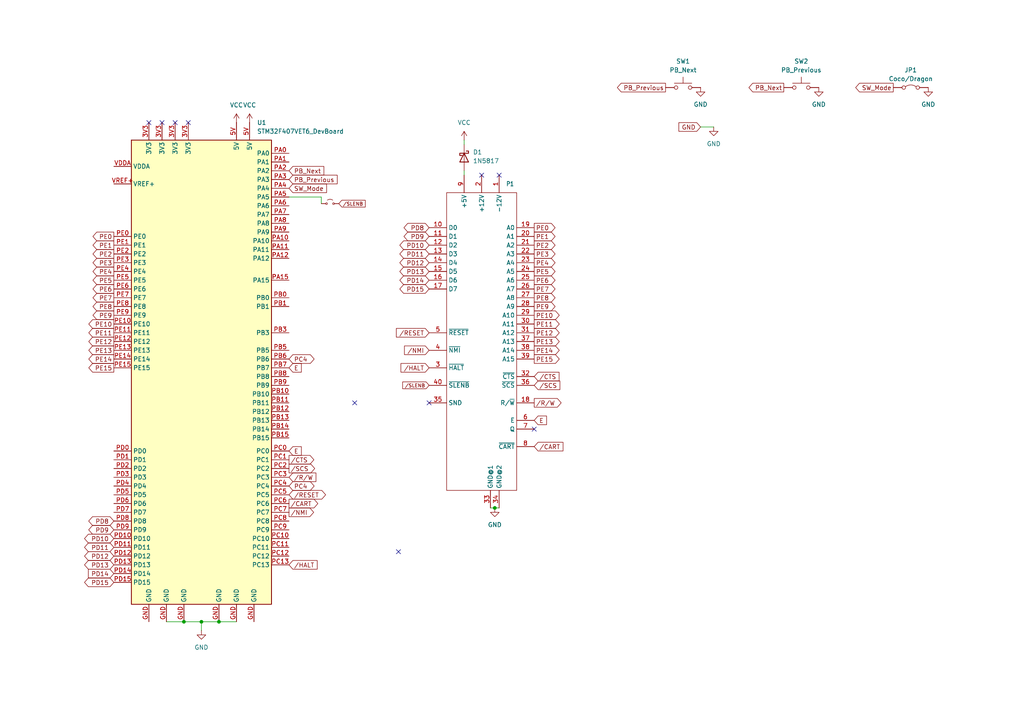
<source format=kicad_sch>
(kicad_sch
	(version 20250114)
	(generator "eeschema")
	(generator_version "9.0")
	(uuid "2a48aba5-929c-40b5-b611-c256a9c0bc04")
	(paper "A4")
	(title_block
		(title "CP 400 Color Floppy & Cartridge Emulator")
		(date "2025-10-04")
		(rev "VET6 1.0")
		(company "https://github.com/costarc")
	)
	(lib_symbols
		(symbol "Diode:1N5817"
			(pin_numbers
				(hide yes)
			)
			(pin_names
				(offset 1.016)
				(hide yes)
			)
			(exclude_from_sim no)
			(in_bom yes)
			(on_board yes)
			(property "Reference" "D"
				(at 0 2.54 0)
				(effects
					(font
						(size 1.27 1.27)
					)
				)
			)
			(property "Value" "1N5817"
				(at 0 -2.54 0)
				(effects
					(font
						(size 1.27 1.27)
					)
				)
			)
			(property "Footprint" "Diode_THT:D_DO-41_SOD81_P10.16mm_Horizontal"
				(at 0 -4.445 0)
				(effects
					(font
						(size 1.27 1.27)
					)
					(hide yes)
				)
			)
			(property "Datasheet" "http://www.vishay.com/docs/88525/1n5817.pdf"
				(at 0 0 0)
				(effects
					(font
						(size 1.27 1.27)
					)
					(hide yes)
				)
			)
			(property "Description" "20V 1A Schottky Barrier Rectifier Diode, DO-41"
				(at 0 0 0)
				(effects
					(font
						(size 1.27 1.27)
					)
					(hide yes)
				)
			)
			(property "ki_keywords" "diode Schottky"
				(at 0 0 0)
				(effects
					(font
						(size 1.27 1.27)
					)
					(hide yes)
				)
			)
			(property "ki_fp_filters" "D*DO?41*"
				(at 0 0 0)
				(effects
					(font
						(size 1.27 1.27)
					)
					(hide yes)
				)
			)
			(symbol "1N5817_0_1"
				(polyline
					(pts
						(xy -1.905 0.635) (xy -1.905 1.27) (xy -1.27 1.27) (xy -1.27 -1.27) (xy -0.635 -1.27) (xy -0.635 -0.635)
					)
					(stroke
						(width 0.254)
						(type default)
					)
					(fill
						(type none)
					)
				)
				(polyline
					(pts
						(xy 1.27 1.27) (xy 1.27 -1.27) (xy -1.27 0) (xy 1.27 1.27)
					)
					(stroke
						(width 0.254)
						(type default)
					)
					(fill
						(type none)
					)
				)
				(polyline
					(pts
						(xy 1.27 0) (xy -1.27 0)
					)
					(stroke
						(width 0)
						(type default)
					)
					(fill
						(type none)
					)
				)
			)
			(symbol "1N5817_1_1"
				(pin passive line
					(at -3.81 0 0)
					(length 2.54)
					(name "K"
						(effects
							(font
								(size 1.27 1.27)
							)
						)
					)
					(number "1"
						(effects
							(font
								(size 1.27 1.27)
							)
						)
					)
				)
				(pin passive line
					(at 3.81 0 180)
					(length 2.54)
					(name "A"
						(effects
							(font
								(size 1.27 1.27)
							)
						)
					)
					(number "2"
						(effects
							(font
								(size 1.27 1.27)
							)
						)
					)
				)
			)
			(embedded_fonts no)
		)
		(symbol "Jumper:Jumper_2_Bridged"
			(pin_numbers
				(hide yes)
			)
			(pin_names
				(offset 0)
				(hide yes)
			)
			(exclude_from_sim no)
			(in_bom yes)
			(on_board yes)
			(property "Reference" "JP"
				(at 0 1.905 0)
				(effects
					(font
						(size 1.27 1.27)
					)
				)
			)
			(property "Value" "Jumper_2_Bridged"
				(at 0 -2.54 0)
				(effects
					(font
						(size 1.27 1.27)
					)
				)
			)
			(property "Footprint" ""
				(at 0 0 0)
				(effects
					(font
						(size 1.27 1.27)
					)
					(hide yes)
				)
			)
			(property "Datasheet" "~"
				(at 0 0 0)
				(effects
					(font
						(size 1.27 1.27)
					)
					(hide yes)
				)
			)
			(property "Description" "Jumper, 2-pole, closed/bridged"
				(at 0 0 0)
				(effects
					(font
						(size 1.27 1.27)
					)
					(hide yes)
				)
			)
			(property "ki_keywords" "Jumper SPST"
				(at 0 0 0)
				(effects
					(font
						(size 1.27 1.27)
					)
					(hide yes)
				)
			)
			(property "ki_fp_filters" "Jumper* TestPoint*2Pads* TestPoint*Bridge*"
				(at 0 0 0)
				(effects
					(font
						(size 1.27 1.27)
					)
					(hide yes)
				)
			)
			(symbol "Jumper_2_Bridged_0_0"
				(circle
					(center -2.032 0)
					(radius 0.508)
					(stroke
						(width 0)
						(type default)
					)
					(fill
						(type none)
					)
				)
				(circle
					(center 2.032 0)
					(radius 0.508)
					(stroke
						(width 0)
						(type default)
					)
					(fill
						(type none)
					)
				)
			)
			(symbol "Jumper_2_Bridged_0_1"
				(arc
					(start -1.524 0.254)
					(mid 0 0.762)
					(end 1.524 0.254)
					(stroke
						(width 0)
						(type default)
					)
					(fill
						(type none)
					)
				)
			)
			(symbol "Jumper_2_Bridged_1_1"
				(pin passive line
					(at -5.08 0 0)
					(length 2.54)
					(name "A"
						(effects
							(font
								(size 1.27 1.27)
							)
						)
					)
					(number "1"
						(effects
							(font
								(size 1.27 1.27)
							)
						)
					)
				)
				(pin passive line
					(at 5.08 0 180)
					(length 2.54)
					(name "B"
						(effects
							(font
								(size 1.27 1.27)
							)
						)
					)
					(number "2"
						(effects
							(font
								(size 1.27 1.27)
							)
						)
					)
				)
			)
			(embedded_fonts no)
		)
		(symbol "Jumper:Jumper_2_Small_Open"
			(pin_numbers
				(hide yes)
			)
			(pin_names
				(offset 0)
				(hide yes)
			)
			(exclude_from_sim no)
			(in_bom yes)
			(on_board yes)
			(property "Reference" "JP"
				(at 0 2.794 0)
				(effects
					(font
						(size 1.27 1.27)
					)
				)
			)
			(property "Value" "Jumper_2_Small_Open"
				(at 0 -2.286 0)
				(effects
					(font
						(size 1.27 1.27)
					)
				)
			)
			(property "Footprint" ""
				(at 0 0 0)
				(effects
					(font
						(size 1.27 1.27)
					)
					(hide yes)
				)
			)
			(property "Datasheet" "~"
				(at 0 0 0)
				(effects
					(font
						(size 1.27 1.27)
					)
					(hide yes)
				)
			)
			(property "Description" "Jumper, 2-pole, small symbol, open"
				(at 0 0 0)
				(effects
					(font
						(size 1.27 1.27)
					)
					(hide yes)
				)
			)
			(property "ki_keywords" "Jumper SPST"
				(at 0 0 0)
				(effects
					(font
						(size 1.27 1.27)
					)
					(hide yes)
				)
			)
			(property "ki_fp_filters" "Jumper* TestPoint*2Pads* TestPoint*Bridge*"
				(at 0 0 0)
				(effects
					(font
						(size 1.27 1.27)
					)
					(hide yes)
				)
			)
			(symbol "Jumper_2_Small_Open_0_0"
				(circle
					(center -1.016 0)
					(radius 0.254)
					(stroke
						(width 0)
						(type default)
					)
					(fill
						(type none)
					)
				)
				(circle
					(center 1.016 0)
					(radius 0.254)
					(stroke
						(width 0)
						(type default)
					)
					(fill
						(type none)
					)
				)
			)
			(symbol "Jumper_2_Small_Open_0_1"
				(arc
					(start -0.762 1.0196)
					(mid 0 1.2729)
					(end 0.762 1.0196)
					(stroke
						(width 0)
						(type default)
					)
					(fill
						(type none)
					)
				)
			)
			(symbol "Jumper_2_Small_Open_1_1"
				(pin passive line
					(at -2.54 0 0)
					(length 1.27)
					(name "A"
						(effects
							(font
								(size 1.27 1.27)
							)
						)
					)
					(number "1"
						(effects
							(font
								(size 1.27 1.27)
							)
						)
					)
				)
				(pin passive line
					(at 2.54 0 180)
					(length 1.27)
					(name "B"
						(effects
							(font
								(size 1.27 1.27)
							)
						)
					)
					(number "2"
						(effects
							(font
								(size 1.27 1.27)
							)
						)
					)
				)
			)
			(embedded_fonts no)
		)
		(symbol "Roni Symbols:CoCo_Slot_BarePCB"
			(exclude_from_sim no)
			(in_bom yes)
			(on_board yes)
			(property "Reference" "P"
				(at 10.16 40.64 0)
				(effects
					(font
						(size 1.27 1.0795)
					)
					(justify left bottom)
				)
			)
			(property "Value" "CoCo_Slot_BarePCB"
				(at 0 0 0)
				(effects
					(font
						(size 1.27 1.27)
					)
					(hide yes)
				)
			)
			(property "Footprint" "CoCoEPROMpak:COCO-CART-2.1X1.75"
				(at 0 0 0)
				(effects
					(font
						(size 1.27 1.27)
					)
					(hide yes)
				)
			)
			(property "Datasheet" ""
				(at 0 0 0)
				(effects
					(font
						(size 1.27 1.27)
					)
					(hide yes)
				)
			)
			(property "Description" ""
				(at 0 0 0)
				(effects
					(font
						(size 1.27 1.27)
					)
					(hide yes)
				)
			)
			(property "ki_locked" ""
				(at 0 0 0)
				(effects
					(font
						(size 1.27 1.27)
					)
				)
			)
			(symbol "CoCo_Slot_BarePCB_1_0"
				(rectangle
					(start -10.16 40.64)
					(end 10.16 -45.72)
					(stroke
						(width 0)
						(type default)
					)
					(fill
						(type none)
					)
				)
				(pin bidirectional line
					(at -15.24 30.48 0)
					(length 5.08)
					(name "D0"
						(effects
							(font
								(size 1.27 1.27)
							)
						)
					)
					(number "10"
						(effects
							(font
								(size 1.27 1.27)
							)
						)
					)
				)
				(pin bidirectional line
					(at -15.24 27.94 0)
					(length 5.08)
					(name "D1"
						(effects
							(font
								(size 1.27 1.27)
							)
						)
					)
					(number "11"
						(effects
							(font
								(size 1.27 1.27)
							)
						)
					)
				)
				(pin bidirectional line
					(at -15.24 25.4 0)
					(length 5.08)
					(name "D2"
						(effects
							(font
								(size 1.27 1.27)
							)
						)
					)
					(number "12"
						(effects
							(font
								(size 1.27 1.27)
							)
						)
					)
				)
				(pin bidirectional line
					(at -15.24 22.86 0)
					(length 5.08)
					(name "D3"
						(effects
							(font
								(size 1.27 1.27)
							)
						)
					)
					(number "13"
						(effects
							(font
								(size 1.27 1.27)
							)
						)
					)
				)
				(pin bidirectional line
					(at -15.24 20.32 0)
					(length 5.08)
					(name "D4"
						(effects
							(font
								(size 1.27 1.27)
							)
						)
					)
					(number "14"
						(effects
							(font
								(size 1.27 1.27)
							)
						)
					)
				)
				(pin bidirectional line
					(at -15.24 17.78 0)
					(length 5.08)
					(name "D5"
						(effects
							(font
								(size 1.27 1.27)
							)
						)
					)
					(number "15"
						(effects
							(font
								(size 1.27 1.27)
							)
						)
					)
				)
				(pin bidirectional line
					(at -15.24 15.24 0)
					(length 5.08)
					(name "D6"
						(effects
							(font
								(size 1.27 1.27)
							)
						)
					)
					(number "16"
						(effects
							(font
								(size 1.27 1.27)
							)
						)
					)
				)
				(pin bidirectional line
					(at -15.24 12.7 0)
					(length 5.08)
					(name "D7"
						(effects
							(font
								(size 1.27 1.27)
							)
						)
					)
					(number "17"
						(effects
							(font
								(size 1.27 1.27)
							)
						)
					)
				)
				(pin bidirectional line
					(at -15.24 0 0)
					(length 5.08)
					(name "~{RESET}"
						(effects
							(font
								(size 1.27 1.27)
							)
						)
					)
					(number "5"
						(effects
							(font
								(size 1.27 1.27)
							)
						)
					)
				)
				(pin bidirectional line
					(at -15.24 -5.08 0)
					(length 5.08)
					(name "~{NMI}"
						(effects
							(font
								(size 1.27 1.27)
							)
						)
					)
					(number "4"
						(effects
							(font
								(size 1.27 1.27)
							)
						)
					)
				)
				(pin bidirectional line
					(at -15.24 -10.16 0)
					(length 5.08)
					(name "~{HALT}"
						(effects
							(font
								(size 1.27 1.27)
							)
						)
					)
					(number "3"
						(effects
							(font
								(size 1.27 1.27)
							)
						)
					)
				)
				(pin input line
					(at -15.24 -15.24 0)
					(length 5.08)
					(name "~{SLENB}"
						(effects
							(font
								(size 1.27 1.27)
							)
						)
					)
					(number "40"
						(effects
							(font
								(size 1.27 1.27)
							)
						)
					)
				)
				(pin bidirectional line
					(at -15.24 -20.32 0)
					(length 5.08)
					(name "SND"
						(effects
							(font
								(size 1.27 1.27)
							)
						)
					)
					(number "35"
						(effects
							(font
								(size 1.27 1.27)
							)
						)
					)
				)
				(pin passive line
					(at -5.08 45.72 270)
					(length 5.08)
					(name "+5V"
						(effects
							(font
								(size 1.27 1.27)
							)
						)
					)
					(number "9"
						(effects
							(font
								(size 1.27 1.27)
							)
						)
					)
				)
				(pin passive line
					(at 0 45.72 270)
					(length 5.08)
					(name "+12V"
						(effects
							(font
								(size 1.27 1.27)
							)
						)
					)
					(number "2"
						(effects
							(font
								(size 1.27 1.27)
							)
						)
					)
				)
				(pin passive line
					(at 2.54 -50.8 90)
					(length 5.08)
					(name "GND@1"
						(effects
							(font
								(size 1.27 1.27)
							)
						)
					)
					(number "33"
						(effects
							(font
								(size 1.27 1.27)
							)
						)
					)
				)
				(pin passive line
					(at 5.08 45.72 270)
					(length 5.08)
					(name "-12V"
						(effects
							(font
								(size 1.27 1.27)
							)
						)
					)
					(number "1"
						(effects
							(font
								(size 1.27 1.27)
							)
						)
					)
				)
				(pin passive line
					(at 5.08 -50.8 90)
					(length 5.08)
					(name "GND@2"
						(effects
							(font
								(size 1.27 1.27)
							)
						)
					)
					(number "34"
						(effects
							(font
								(size 1.27 1.27)
							)
						)
					)
				)
				(pin output line
					(at 15.24 30.48 180)
					(length 5.08)
					(name "A0"
						(effects
							(font
								(size 1.27 1.27)
							)
						)
					)
					(number "19"
						(effects
							(font
								(size 1.27 1.27)
							)
						)
					)
				)
				(pin output line
					(at 15.24 27.94 180)
					(length 5.08)
					(name "A1"
						(effects
							(font
								(size 1.27 1.27)
							)
						)
					)
					(number "20"
						(effects
							(font
								(size 1.27 1.27)
							)
						)
					)
				)
				(pin output line
					(at 15.24 25.4 180)
					(length 5.08)
					(name "A2"
						(effects
							(font
								(size 1.27 1.27)
							)
						)
					)
					(number "21"
						(effects
							(font
								(size 1.27 1.27)
							)
						)
					)
				)
				(pin output line
					(at 15.24 22.86 180)
					(length 5.08)
					(name "A3"
						(effects
							(font
								(size 1.27 1.27)
							)
						)
					)
					(number "22"
						(effects
							(font
								(size 1.27 1.27)
							)
						)
					)
				)
				(pin output line
					(at 15.24 20.32 180)
					(length 5.08)
					(name "A4"
						(effects
							(font
								(size 1.27 1.27)
							)
						)
					)
					(number "23"
						(effects
							(font
								(size 1.27 1.27)
							)
						)
					)
				)
				(pin output line
					(at 15.24 17.78 180)
					(length 5.08)
					(name "A5"
						(effects
							(font
								(size 1.27 1.27)
							)
						)
					)
					(number "24"
						(effects
							(font
								(size 1.27 1.27)
							)
						)
					)
				)
				(pin output line
					(at 15.24 15.24 180)
					(length 5.08)
					(name "A6"
						(effects
							(font
								(size 1.27 1.27)
							)
						)
					)
					(number "25"
						(effects
							(font
								(size 1.27 1.27)
							)
						)
					)
				)
				(pin output line
					(at 15.24 12.7 180)
					(length 5.08)
					(name "A7"
						(effects
							(font
								(size 1.27 1.27)
							)
						)
					)
					(number "26"
						(effects
							(font
								(size 1.27 1.27)
							)
						)
					)
				)
				(pin output line
					(at 15.24 10.16 180)
					(length 5.08)
					(name "A8"
						(effects
							(font
								(size 1.27 1.27)
							)
						)
					)
					(number "27"
						(effects
							(font
								(size 1.27 1.27)
							)
						)
					)
				)
				(pin output line
					(at 15.24 7.62 180)
					(length 5.08)
					(name "A9"
						(effects
							(font
								(size 1.27 1.27)
							)
						)
					)
					(number "28"
						(effects
							(font
								(size 1.27 1.27)
							)
						)
					)
				)
				(pin output line
					(at 15.24 5.08 180)
					(length 5.08)
					(name "A10"
						(effects
							(font
								(size 1.27 1.27)
							)
						)
					)
					(number "29"
						(effects
							(font
								(size 1.27 1.27)
							)
						)
					)
				)
				(pin output line
					(at 15.24 2.54 180)
					(length 5.08)
					(name "A11"
						(effects
							(font
								(size 1.27 1.27)
							)
						)
					)
					(number "30"
						(effects
							(font
								(size 1.27 1.27)
							)
						)
					)
				)
				(pin output line
					(at 15.24 0 180)
					(length 5.08)
					(name "A12"
						(effects
							(font
								(size 1.27 1.27)
							)
						)
					)
					(number "31"
						(effects
							(font
								(size 1.27 1.27)
							)
						)
					)
				)
				(pin output line
					(at 15.24 -2.54 180)
					(length 5.08)
					(name "A13"
						(effects
							(font
								(size 1.27 1.27)
							)
						)
					)
					(number "37"
						(effects
							(font
								(size 1.27 1.27)
							)
						)
					)
				)
				(pin output line
					(at 15.24 -5.08 180)
					(length 5.08)
					(name "A14"
						(effects
							(font
								(size 1.27 1.27)
							)
						)
					)
					(number "38"
						(effects
							(font
								(size 1.27 1.27)
							)
						)
					)
				)
				(pin output line
					(at 15.24 -7.62 180)
					(length 5.08)
					(name "A15"
						(effects
							(font
								(size 1.27 1.27)
							)
						)
					)
					(number "39"
						(effects
							(font
								(size 1.27 1.27)
							)
						)
					)
				)
				(pin output line
					(at 15.24 -12.7 180)
					(length 5.08)
					(name "~{CTS}"
						(effects
							(font
								(size 1.27 1.27)
							)
						)
					)
					(number "32"
						(effects
							(font
								(size 1.27 1.27)
							)
						)
					)
				)
				(pin output line
					(at 15.24 -15.24 180)
					(length 5.08)
					(name "~{SCS}"
						(effects
							(font
								(size 1.27 1.27)
							)
						)
					)
					(number "36"
						(effects
							(font
								(size 1.27 1.27)
							)
						)
					)
				)
				(pin output line
					(at 15.24 -20.32 180)
					(length 5.08)
					(name "R/~{W}"
						(effects
							(font
								(size 1.27 1.27)
							)
						)
					)
					(number "18"
						(effects
							(font
								(size 1.27 1.27)
							)
						)
					)
				)
				(pin output line
					(at 15.24 -25.4 180)
					(length 5.08)
					(name "E"
						(effects
							(font
								(size 1.27 1.27)
							)
						)
					)
					(number "6"
						(effects
							(font
								(size 1.27 1.27)
							)
						)
					)
				)
				(pin output line
					(at 15.24 -27.94 180)
					(length 5.08)
					(name "Q"
						(effects
							(font
								(size 1.27 1.27)
							)
						)
					)
					(number "7"
						(effects
							(font
								(size 1.27 1.27)
							)
						)
					)
				)
				(pin input line
					(at 15.24 -33.02 180)
					(length 5.08)
					(name "~{CART}"
						(effects
							(font
								(size 1.27 1.27)
							)
						)
					)
					(number "8"
						(effects
							(font
								(size 1.27 1.27)
							)
						)
					)
				)
			)
			(embedded_fonts no)
		)
		(symbol "Roni Symbols:STM32F407VETx_DevBoard"
			(exclude_from_sim no)
			(in_bom yes)
			(on_board yes)
			(property "Reference" "U"
				(at -1.524 12.954 0)
				(effects
					(font
						(size 1.27 1.27)
					)
					(justify left)
				)
			)
			(property "Value" "STM32F407VETx_DevBoard"
				(at -12.192 7.62 0)
				(effects
					(font
						(size 1.27 1.27)
					)
					(justify left)
				)
			)
			(property "Footprint" "Roni Footprints:STM32F407VGT6_DevBoard"
				(at -20.32 -66.04 0)
				(effects
					(font
						(size 1.27 1.27)
					)
					(justify right)
					(hide yes)
				)
			)
			(property "Datasheet" "https://www.st.com/resource/en/datasheet/stm32f407vg.pdf"
				(at 0.762 87.376 0)
				(effects
					(font
						(size 1.27 1.27)
					)
					(hide yes)
				)
			)
			(property "Description" "STMicroelectronics Arm Cortex-M4 MCU, 1024KB flash, 192KB RAM, 168 MHz, 1.8-3.6V, 82 GPIO, LQFP100"
				(at -1.27 90.678 0)
				(effects
					(font
						(size 1.27 1.27)
					)
					(hide yes)
				)
			)
			(property "ki_keywords" "Arm Cortex-M4 STM32F4 STM32F407/417"
				(at 0 0 0)
				(effects
					(font
						(size 1.27 1.27)
					)
					(hide yes)
				)
			)
			(property "ki_fp_filters" "LQFP*14x14mm*P0.5mm*"
				(at 0 0 0)
				(effects
					(font
						(size 1.27 1.27)
					)
					(hide yes)
				)
			)
			(symbol "STM32F407VETx_DevBoard_0_1"
				(rectangle
					(start -20.32 68.58)
					(end 20.32 -66.04)
					(stroke
						(width 0.254)
						(type default)
					)
					(fill
						(type background)
					)
				)
			)
			(symbol "STM32F407VETx_DevBoard_1_1"
				(pin power_in line
					(at -25.4 60.96 0)
					(length 5.08)
					(name "VDDA"
						(effects
							(font
								(size 1.27 1.27)
							)
						)
					)
					(number "VDDA"
						(effects
							(font
								(size 1.27 1.27)
							)
						)
					)
				)
				(pin power_in line
					(at -25.4 55.88 0)
					(length 5.08)
					(name "VREF+"
						(effects
							(font
								(size 1.27 1.27)
							)
						)
					)
					(number "VREF+"
						(effects
							(font
								(size 1.27 1.27)
							)
						)
					)
				)
				(pin bidirectional line
					(at -25.4 40.64 0)
					(length 5.08)
					(name "PE0"
						(effects
							(font
								(size 1.27 1.27)
							)
						)
					)
					(number "PE0"
						(effects
							(font
								(size 1.27 1.27)
							)
						)
					)
					(alternate "DCMI_D2" bidirectional line)
					(alternate "FSMC_NBL0" bidirectional line)
					(alternate "TIM4_ETR" bidirectional line)
				)
				(pin bidirectional line
					(at -25.4 38.1 0)
					(length 5.08)
					(name "PE1"
						(effects
							(font
								(size 1.27 1.27)
							)
						)
					)
					(number "PE1"
						(effects
							(font
								(size 1.27 1.27)
							)
						)
					)
					(alternate "DCMI_D3" bidirectional line)
					(alternate "FSMC_NBL1" bidirectional line)
				)
				(pin bidirectional line
					(at -25.4 35.56 0)
					(length 5.08)
					(name "PE2"
						(effects
							(font
								(size 1.27 1.27)
							)
						)
					)
					(number "PE2"
						(effects
							(font
								(size 1.27 1.27)
							)
						)
					)
					(alternate "ETH_TXD3" bidirectional line)
					(alternate "FSMC_A23" bidirectional line)
					(alternate "SYS_TRACECLK" bidirectional line)
				)
				(pin bidirectional line
					(at -25.4 33.02 0)
					(length 5.08)
					(name "PE3"
						(effects
							(font
								(size 1.27 1.27)
							)
						)
					)
					(number "PE3"
						(effects
							(font
								(size 1.27 1.27)
							)
						)
					)
					(alternate "FSMC_A19" bidirectional line)
					(alternate "SYS_TRACED0" bidirectional line)
				)
				(pin bidirectional line
					(at -25.4 30.48 0)
					(length 5.08)
					(name "PE4"
						(effects
							(font
								(size 1.27 1.27)
							)
						)
					)
					(number "PE4"
						(effects
							(font
								(size 1.27 1.27)
							)
						)
					)
					(alternate "DCMI_D4" bidirectional line)
					(alternate "FSMC_A20" bidirectional line)
					(alternate "SYS_TRACED1" bidirectional line)
				)
				(pin bidirectional line
					(at -25.4 27.94 0)
					(length 5.08)
					(name "PE5"
						(effects
							(font
								(size 1.27 1.27)
							)
						)
					)
					(number "PE5"
						(effects
							(font
								(size 1.27 1.27)
							)
						)
					)
					(alternate "DCMI_D6" bidirectional line)
					(alternate "FSMC_A21" bidirectional line)
					(alternate "SYS_TRACED2" bidirectional line)
					(alternate "TIM9_CH1" bidirectional line)
				)
				(pin bidirectional line
					(at -25.4 25.4 0)
					(length 5.08)
					(name "PE6"
						(effects
							(font
								(size 1.27 1.27)
							)
						)
					)
					(number "PE6"
						(effects
							(font
								(size 1.27 1.27)
							)
						)
					)
					(alternate "DCMI_D7" bidirectional line)
					(alternate "FSMC_A22" bidirectional line)
					(alternate "SYS_TRACED3" bidirectional line)
					(alternate "TIM9_CH2" bidirectional line)
				)
				(pin bidirectional line
					(at -25.4 22.86 0)
					(length 5.08)
					(name "PE7"
						(effects
							(font
								(size 1.27 1.27)
							)
						)
					)
					(number "PE7"
						(effects
							(font
								(size 1.27 1.27)
							)
						)
					)
					(alternate "FSMC_D4" bidirectional line)
					(alternate "FSMC_DA4" bidirectional line)
					(alternate "TIM1_ETR" bidirectional line)
				)
				(pin bidirectional line
					(at -25.4 20.32 0)
					(length 5.08)
					(name "PE8"
						(effects
							(font
								(size 1.27 1.27)
							)
						)
					)
					(number "PE8"
						(effects
							(font
								(size 1.27 1.27)
							)
						)
					)
					(alternate "FSMC_D5" bidirectional line)
					(alternate "FSMC_DA5" bidirectional line)
					(alternate "TIM1_CH1N" bidirectional line)
				)
				(pin bidirectional line
					(at -25.4 17.78 0)
					(length 5.08)
					(name "PE9"
						(effects
							(font
								(size 1.27 1.27)
							)
						)
					)
					(number "PE9"
						(effects
							(font
								(size 1.27 1.27)
							)
						)
					)
					(alternate "DAC_EXTI9" bidirectional line)
					(alternate "FSMC_D6" bidirectional line)
					(alternate "FSMC_DA6" bidirectional line)
					(alternate "TIM1_CH1" bidirectional line)
				)
				(pin bidirectional line
					(at -25.4 15.24 0)
					(length 5.08)
					(name "PE10"
						(effects
							(font
								(size 1.27 1.27)
							)
						)
					)
					(number "PE10"
						(effects
							(font
								(size 1.27 1.27)
							)
						)
					)
					(alternate "FSMC_D7" bidirectional line)
					(alternate "FSMC_DA7" bidirectional line)
					(alternate "TIM1_CH2N" bidirectional line)
				)
				(pin bidirectional line
					(at -25.4 12.7 0)
					(length 5.08)
					(name "PE11"
						(effects
							(font
								(size 1.27 1.27)
							)
						)
					)
					(number "PE11"
						(effects
							(font
								(size 1.27 1.27)
							)
						)
					)
					(alternate "ADC1_EXTI11" bidirectional line)
					(alternate "ADC2_EXTI11" bidirectional line)
					(alternate "ADC3_EXTI11" bidirectional line)
					(alternate "FSMC_D8" bidirectional line)
					(alternate "FSMC_DA8" bidirectional line)
					(alternate "TIM1_CH2" bidirectional line)
				)
				(pin bidirectional line
					(at -25.4 10.16 0)
					(length 5.08)
					(name "PE12"
						(effects
							(font
								(size 1.27 1.27)
							)
						)
					)
					(number "PE12"
						(effects
							(font
								(size 1.27 1.27)
							)
						)
					)
					(alternate "FSMC_D9" bidirectional line)
					(alternate "FSMC_DA9" bidirectional line)
					(alternate "TIM1_CH3N" bidirectional line)
				)
				(pin bidirectional line
					(at -25.4 7.62 0)
					(length 5.08)
					(name "PE13"
						(effects
							(font
								(size 1.27 1.27)
							)
						)
					)
					(number "PE13"
						(effects
							(font
								(size 1.27 1.27)
							)
						)
					)
					(alternate "FSMC_D10" bidirectional line)
					(alternate "FSMC_DA10" bidirectional line)
					(alternate "TIM1_CH3" bidirectional line)
				)
				(pin bidirectional line
					(at -25.4 5.08 0)
					(length 5.08)
					(name "PE14"
						(effects
							(font
								(size 1.27 1.27)
							)
						)
					)
					(number "PE14"
						(effects
							(font
								(size 1.27 1.27)
							)
						)
					)
					(alternate "FSMC_D11" bidirectional line)
					(alternate "FSMC_DA11" bidirectional line)
					(alternate "TIM1_CH4" bidirectional line)
				)
				(pin bidirectional line
					(at -25.4 2.54 0)
					(length 5.08)
					(name "PE15"
						(effects
							(font
								(size 1.27 1.27)
							)
						)
					)
					(number "PE15"
						(effects
							(font
								(size 1.27 1.27)
							)
						)
					)
					(alternate "ADC1_EXTI15" bidirectional line)
					(alternate "ADC2_EXTI15" bidirectional line)
					(alternate "ADC3_EXTI15" bidirectional line)
					(alternate "FSMC_D12" bidirectional line)
					(alternate "FSMC_DA12" bidirectional line)
					(alternate "TIM1_BKIN" bidirectional line)
				)
				(pin bidirectional line
					(at -25.4 -21.59 0)
					(length 5.08)
					(name "PD0"
						(effects
							(font
								(size 1.27 1.27)
							)
						)
					)
					(number "PD0"
						(effects
							(font
								(size 1.27 1.27)
							)
						)
					)
					(alternate "CAN1_RX" bidirectional line)
					(alternate "FSMC_D2" bidirectional line)
					(alternate "FSMC_DA2" bidirectional line)
				)
				(pin bidirectional line
					(at -25.4 -24.13 0)
					(length 5.08)
					(name "PD1"
						(effects
							(font
								(size 1.27 1.27)
							)
						)
					)
					(number "PD1"
						(effects
							(font
								(size 1.27 1.27)
							)
						)
					)
					(alternate "CAN1_TX" bidirectional line)
					(alternate "FSMC_D3" bidirectional line)
					(alternate "FSMC_DA3" bidirectional line)
				)
				(pin bidirectional line
					(at -25.4 -26.67 0)
					(length 5.08)
					(name "PD2"
						(effects
							(font
								(size 1.27 1.27)
							)
						)
					)
					(number "PD2"
						(effects
							(font
								(size 1.27 1.27)
							)
						)
					)
					(alternate "DCMI_D11" bidirectional line)
					(alternate "SDIO_CMD" bidirectional line)
					(alternate "TIM3_ETR" bidirectional line)
					(alternate "UART5_RX" bidirectional line)
				)
				(pin bidirectional line
					(at -25.4 -29.21 0)
					(length 5.08)
					(name "PD3"
						(effects
							(font
								(size 1.27 1.27)
							)
						)
					)
					(number "PD3"
						(effects
							(font
								(size 1.27 1.27)
							)
						)
					)
					(alternate "FSMC_CLK" bidirectional line)
					(alternate "USART2_CTS" bidirectional line)
				)
				(pin bidirectional line
					(at -25.4 -31.75 0)
					(length 5.08)
					(name "PD4"
						(effects
							(font
								(size 1.27 1.27)
							)
						)
					)
					(number "PD4"
						(effects
							(font
								(size 1.27 1.27)
							)
						)
					)
					(alternate "FSMC_NOE" bidirectional line)
					(alternate "USART2_RTS" bidirectional line)
				)
				(pin bidirectional line
					(at -25.4 -34.29 0)
					(length 5.08)
					(name "PD5"
						(effects
							(font
								(size 1.27 1.27)
							)
						)
					)
					(number "PD5"
						(effects
							(font
								(size 1.27 1.27)
							)
						)
					)
					(alternate "FSMC_NWE" bidirectional line)
					(alternate "USART2_TX" bidirectional line)
				)
				(pin bidirectional line
					(at -25.4 -36.83 0)
					(length 5.08)
					(name "PD6"
						(effects
							(font
								(size 1.27 1.27)
							)
						)
					)
					(number "PD6"
						(effects
							(font
								(size 1.27 1.27)
							)
						)
					)
					(alternate "FSMC_NWAIT" bidirectional line)
					(alternate "USART2_RX" bidirectional line)
				)
				(pin bidirectional line
					(at -25.4 -39.37 0)
					(length 5.08)
					(name "PD7"
						(effects
							(font
								(size 1.27 1.27)
							)
						)
					)
					(number "PD7"
						(effects
							(font
								(size 1.27 1.27)
							)
						)
					)
					(alternate "FSMC_NCE2" bidirectional line)
					(alternate "FSMC_NE1" bidirectional line)
					(alternate "USART2_CK" bidirectional line)
				)
				(pin bidirectional line
					(at -25.4 -41.91 0)
					(length 5.08)
					(name "PD8"
						(effects
							(font
								(size 1.27 1.27)
							)
						)
					)
					(number "PD8"
						(effects
							(font
								(size 1.27 1.27)
							)
						)
					)
					(alternate "FSMC_D13" bidirectional line)
					(alternate "FSMC_DA13" bidirectional line)
					(alternate "USART3_TX" bidirectional line)
				)
				(pin bidirectional line
					(at -25.4 -44.45 0)
					(length 5.08)
					(name "PD9"
						(effects
							(font
								(size 1.27 1.27)
							)
						)
					)
					(number "PD9"
						(effects
							(font
								(size 1.27 1.27)
							)
						)
					)
					(alternate "DAC_EXTI9" bidirectional line)
					(alternate "FSMC_D14" bidirectional line)
					(alternate "FSMC_DA14" bidirectional line)
					(alternate "USART3_RX" bidirectional line)
				)
				(pin bidirectional line
					(at -25.4 -46.99 0)
					(length 5.08)
					(name "PD10"
						(effects
							(font
								(size 1.27 1.27)
							)
						)
					)
					(number "PD10"
						(effects
							(font
								(size 1.27 1.27)
							)
						)
					)
					(alternate "FSMC_D15" bidirectional line)
					(alternate "FSMC_DA15" bidirectional line)
					(alternate "USART3_CK" bidirectional line)
				)
				(pin bidirectional line
					(at -25.4 -49.53 0)
					(length 5.08)
					(name "PD11"
						(effects
							(font
								(size 1.27 1.27)
							)
						)
					)
					(number "PD11"
						(effects
							(font
								(size 1.27 1.27)
							)
						)
					)
					(alternate "ADC1_EXTI11" bidirectional line)
					(alternate "ADC2_EXTI11" bidirectional line)
					(alternate "ADC3_EXTI11" bidirectional line)
					(alternate "FSMC_A16" bidirectional line)
					(alternate "FSMC_CLE" bidirectional line)
					(alternate "USART3_CTS" bidirectional line)
				)
				(pin bidirectional line
					(at -25.4 -52.07 0)
					(length 5.08)
					(name "PD12"
						(effects
							(font
								(size 1.27 1.27)
							)
						)
					)
					(number "PD12"
						(effects
							(font
								(size 1.27 1.27)
							)
						)
					)
					(alternate "FSMC_A17" bidirectional line)
					(alternate "FSMC_ALE" bidirectional line)
					(alternate "TIM4_CH1" bidirectional line)
					(alternate "USART3_RTS" bidirectional line)
				)
				(pin bidirectional line
					(at -25.4 -54.61 0)
					(length 5.08)
					(name "PD13"
						(effects
							(font
								(size 1.27 1.27)
							)
						)
					)
					(number "PD13"
						(effects
							(font
								(size 1.27 1.27)
							)
						)
					)
					(alternate "FSMC_A18" bidirectional line)
					(alternate "TIM4_CH2" bidirectional line)
				)
				(pin bidirectional line
					(at -25.4 -57.15 0)
					(length 5.08)
					(name "PD14"
						(effects
							(font
								(size 1.27 1.27)
							)
						)
					)
					(number "PD14"
						(effects
							(font
								(size 1.27 1.27)
							)
						)
					)
					(alternate "FSMC_D0" bidirectional line)
					(alternate "FSMC_DA0" bidirectional line)
					(alternate "TIM4_CH3" bidirectional line)
				)
				(pin bidirectional line
					(at -25.4 -59.69 0)
					(length 5.08)
					(name "PD15"
						(effects
							(font
								(size 1.27 1.27)
							)
						)
					)
					(number "PD15"
						(effects
							(font
								(size 1.27 1.27)
							)
						)
					)
					(alternate "ADC1_EXTI15" bidirectional line)
					(alternate "ADC2_EXTI15" bidirectional line)
					(alternate "ADC3_EXTI15" bidirectional line)
					(alternate "FSMC_D1" bidirectional line)
					(alternate "FSMC_DA1" bidirectional line)
					(alternate "TIM4_CH4" bidirectional line)
				)
				(pin power_in line
					(at -15.24 73.66 270)
					(length 5.08)
					(name "3V3"
						(effects
							(font
								(size 1.27 1.27)
							)
						)
					)
					(number "3V3"
						(effects
							(font
								(size 1.27 1.27)
							)
						)
					)
				)
				(pin power_in line
					(at -15.24 -71.12 90)
					(length 5.08)
					(name "GND"
						(effects
							(font
								(size 1.27 1.27)
							)
						)
					)
					(number "GND"
						(effects
							(font
								(size 1.27 1.27)
							)
						)
					)
				)
				(pin power_in line
					(at -11.43 73.66 270)
					(length 5.08)
					(name "3V3"
						(effects
							(font
								(size 1.27 1.27)
							)
						)
					)
					(number "3V3"
						(effects
							(font
								(size 1.27 1.27)
							)
						)
					)
				)
				(pin power_in line
					(at -10.16 -71.12 90)
					(length 5.08)
					(name "GND"
						(effects
							(font
								(size 1.27 1.27)
							)
						)
					)
					(number "GND"
						(effects
							(font
								(size 1.27 1.27)
							)
						)
					)
				)
				(pin power_in line
					(at -7.62 73.66 270)
					(length 5.08)
					(name "3V3"
						(effects
							(font
								(size 1.27 1.27)
							)
						)
					)
					(number "3V3"
						(effects
							(font
								(size 1.27 1.27)
							)
						)
					)
				)
				(pin power_in line
					(at -5.08 -71.12 90)
					(length 5.08)
					(name "GND"
						(effects
							(font
								(size 1.27 1.27)
							)
						)
					)
					(number "GND"
						(effects
							(font
								(size 1.27 1.27)
							)
						)
					)
				)
				(pin power_in line
					(at -3.81 73.66 270)
					(length 5.08)
					(name "3V3"
						(effects
							(font
								(size 1.27 1.27)
							)
						)
					)
					(number "3V3"
						(effects
							(font
								(size 1.27 1.27)
							)
						)
					)
				)
				(pin power_in line
					(at 5.08 -71.12 90)
					(length 5.08)
					(name "GND"
						(effects
							(font
								(size 1.27 1.27)
							)
						)
					)
					(number "GND"
						(effects
							(font
								(size 1.27 1.27)
							)
						)
					)
				)
				(pin power_in line
					(at 10.16 73.66 270)
					(length 5.08)
					(name "5V"
						(effects
							(font
								(size 1.27 1.27)
							)
						)
					)
					(number "5V"
						(effects
							(font
								(size 1.27 1.27)
							)
						)
					)
				)
				(pin power_in line
					(at 10.16 -71.12 90)
					(length 5.08)
					(name "GND"
						(effects
							(font
								(size 1.27 1.27)
							)
						)
					)
					(number "GND"
						(effects
							(font
								(size 1.27 1.27)
							)
						)
					)
				)
				(pin power_in line
					(at 13.97 73.66 270)
					(length 5.08)
					(name "5V"
						(effects
							(font
								(size 1.27 1.27)
							)
						)
					)
					(number "5V"
						(effects
							(font
								(size 1.27 1.27)
							)
						)
					)
				)
				(pin power_in line
					(at 15.24 -71.12 90)
					(length 5.08)
					(name "GND"
						(effects
							(font
								(size 1.27 1.27)
							)
						)
					)
					(number "GND"
						(effects
							(font
								(size 1.27 1.27)
							)
						)
					)
				)
				(pin bidirectional line
					(at 25.4 64.77 180)
					(length 5.08)
					(name "PA0"
						(effects
							(font
								(size 1.27 1.27)
							)
						)
					)
					(number "PA0"
						(effects
							(font
								(size 1.27 1.27)
							)
						)
					)
					(alternate "ADC1_IN0" bidirectional line)
					(alternate "ADC2_IN0" bidirectional line)
					(alternate "ADC3_IN0" bidirectional line)
					(alternate "ETH_CRS" bidirectional line)
					(alternate "SYS_WKUP" bidirectional line)
					(alternate "TIM2_CH1" bidirectional line)
					(alternate "TIM2_ETR" bidirectional line)
					(alternate "TIM5_CH1" bidirectional line)
					(alternate "TIM8_ETR" bidirectional line)
					(alternate "UART4_TX" bidirectional line)
					(alternate "USART2_CTS" bidirectional line)
				)
				(pin bidirectional line
					(at 25.4 62.23 180)
					(length 5.08)
					(name "PA1"
						(effects
							(font
								(size 1.27 1.27)
							)
						)
					)
					(number "PA1"
						(effects
							(font
								(size 1.27 1.27)
							)
						)
					)
					(alternate "ADC1_IN1" bidirectional line)
					(alternate "ADC2_IN1" bidirectional line)
					(alternate "ADC3_IN1" bidirectional line)
					(alternate "ETH_REF_CLK" bidirectional line)
					(alternate "ETH_RX_CLK" bidirectional line)
					(alternate "TIM2_CH2" bidirectional line)
					(alternate "TIM5_CH2" bidirectional line)
					(alternate "UART4_RX" bidirectional line)
					(alternate "USART2_RTS" bidirectional line)
				)
				(pin bidirectional line
					(at 25.4 59.69 180)
					(length 5.08)
					(name "PA2"
						(effects
							(font
								(size 1.27 1.27)
							)
						)
					)
					(number "PA2"
						(effects
							(font
								(size 1.27 1.27)
							)
						)
					)
					(alternate "ADC1_IN2" bidirectional line)
					(alternate "ADC2_IN2" bidirectional line)
					(alternate "ADC3_IN2" bidirectional line)
					(alternate "ETH_MDIO" bidirectional line)
					(alternate "TIM2_CH3" bidirectional line)
					(alternate "TIM5_CH3" bidirectional line)
					(alternate "TIM9_CH1" bidirectional line)
					(alternate "USART2_TX" bidirectional line)
				)
				(pin bidirectional line
					(at 25.4 57.15 180)
					(length 5.08)
					(name "PA3"
						(effects
							(font
								(size 1.27 1.27)
							)
						)
					)
					(number "PA3"
						(effects
							(font
								(size 1.27 1.27)
							)
						)
					)
					(alternate "ADC1_IN3" bidirectional line)
					(alternate "ADC2_IN3" bidirectional line)
					(alternate "ADC3_IN3" bidirectional line)
					(alternate "ETH_COL" bidirectional line)
					(alternate "TIM2_CH4" bidirectional line)
					(alternate "TIM5_CH4" bidirectional line)
					(alternate "TIM9_CH2" bidirectional line)
					(alternate "USART2_RX" bidirectional line)
					(alternate "USB_OTG_HS_ULPI_D0" bidirectional line)
				)
				(pin bidirectional line
					(at 25.4 54.61 180)
					(length 5.08)
					(name "PA4"
						(effects
							(font
								(size 1.27 1.27)
							)
						)
					)
					(number "PA4"
						(effects
							(font
								(size 1.27 1.27)
							)
						)
					)
					(alternate "ADC1_IN4" bidirectional line)
					(alternate "ADC2_IN4" bidirectional line)
					(alternate "DAC_OUT1" bidirectional line)
					(alternate "DCMI_HSYNC" bidirectional line)
					(alternate "I2S3_WS" bidirectional line)
					(alternate "SPI1_NSS" bidirectional line)
					(alternate "SPI3_NSS" bidirectional line)
					(alternate "USART2_CK" bidirectional line)
					(alternate "USB_OTG_HS_SOF" bidirectional line)
				)
				(pin bidirectional line
					(at 25.4 52.07 180)
					(length 5.08)
					(name "PA5"
						(effects
							(font
								(size 1.27 1.27)
							)
						)
					)
					(number "PA5"
						(effects
							(font
								(size 1.27 1.27)
							)
						)
					)
					(alternate "ADC1_IN5" bidirectional line)
					(alternate "ADC2_IN5" bidirectional line)
					(alternate "DAC_OUT2" bidirectional line)
					(alternate "SPI1_SCK" bidirectional line)
					(alternate "TIM2_CH1" bidirectional line)
					(alternate "TIM2_ETR" bidirectional line)
					(alternate "TIM8_CH1N" bidirectional line)
					(alternate "USB_OTG_HS_ULPI_CK" bidirectional line)
				)
				(pin bidirectional line
					(at 25.4 49.53 180)
					(length 5.08)
					(name "PA6"
						(effects
							(font
								(size 1.27 1.27)
							)
						)
					)
					(number "PA6"
						(effects
							(font
								(size 1.27 1.27)
							)
						)
					)
					(alternate "ADC1_IN6" bidirectional line)
					(alternate "ADC2_IN6" bidirectional line)
					(alternate "DCMI_PIXCLK" bidirectional line)
					(alternate "SPI1_MISO" bidirectional line)
					(alternate "TIM13_CH1" bidirectional line)
					(alternate "TIM1_BKIN" bidirectional line)
					(alternate "TIM3_CH1" bidirectional line)
					(alternate "TIM8_BKIN" bidirectional line)
				)
				(pin bidirectional line
					(at 25.4 46.99 180)
					(length 5.08)
					(name "PA7"
						(effects
							(font
								(size 1.27 1.27)
							)
						)
					)
					(number "PA7"
						(effects
							(font
								(size 1.27 1.27)
							)
						)
					)
					(alternate "ADC1_IN7" bidirectional line)
					(alternate "ADC2_IN7" bidirectional line)
					(alternate "ETH_CRS_DV" bidirectional line)
					(alternate "ETH_RX_DV" bidirectional line)
					(alternate "SPI1_MOSI" bidirectional line)
					(alternate "TIM14_CH1" bidirectional line)
					(alternate "TIM1_CH1N" bidirectional line)
					(alternate "TIM3_CH2" bidirectional line)
					(alternate "TIM8_CH1N" bidirectional line)
				)
				(pin bidirectional line
					(at 25.4 44.45 180)
					(length 5.08)
					(name "PA8"
						(effects
							(font
								(size 1.27 1.27)
							)
						)
					)
					(number "PA8"
						(effects
							(font
								(size 1.27 1.27)
							)
						)
					)
					(alternate "I2C3_SCL" bidirectional line)
					(alternate "RCC_MCO_1" bidirectional line)
					(alternate "TIM1_CH1" bidirectional line)
					(alternate "USART1_CK" bidirectional line)
					(alternate "USB_OTG_FS_SOF" bidirectional line)
				)
				(pin bidirectional line
					(at 25.4 41.91 180)
					(length 5.08)
					(name "PA9"
						(effects
							(font
								(size 1.27 1.27)
							)
						)
					)
					(number "PA9"
						(effects
							(font
								(size 1.27 1.27)
							)
						)
					)
					(alternate "DAC_EXTI9" bidirectional line)
					(alternate "DCMI_D0" bidirectional line)
					(alternate "I2C3_SMBA" bidirectional line)
					(alternate "TIM1_CH2" bidirectional line)
					(alternate "USART1_TX" bidirectional line)
					(alternate "USB_OTG_FS_VBUS" bidirectional line)
				)
				(pin bidirectional line
					(at 25.4 39.37 180)
					(length 5.08)
					(name "PA10"
						(effects
							(font
								(size 1.27 1.27)
							)
						)
					)
					(number "PA10"
						(effects
							(font
								(size 1.27 1.27)
							)
						)
					)
					(alternate "DCMI_D1" bidirectional line)
					(alternate "TIM1_CH3" bidirectional line)
					(alternate "USART1_RX" bidirectional line)
					(alternate "USB_OTG_FS_ID" bidirectional line)
				)
				(pin bidirectional line
					(at 25.4 36.83 180)
					(length 5.08)
					(name "PA11"
						(effects
							(font
								(size 1.27 1.27)
							)
						)
					)
					(number "PA11"
						(effects
							(font
								(size 1.27 1.27)
							)
						)
					)
					(alternate "ADC1_EXTI11" bidirectional line)
					(alternate "ADC2_EXTI11" bidirectional line)
					(alternate "ADC3_EXTI11" bidirectional line)
					(alternate "CAN1_RX" bidirectional line)
					(alternate "TIM1_CH4" bidirectional line)
					(alternate "USART1_CTS" bidirectional line)
					(alternate "USB_OTG_FS_DM" bidirectional line)
				)
				(pin bidirectional line
					(at 25.4 34.29 180)
					(length 5.08)
					(name "PA12"
						(effects
							(font
								(size 1.27 1.27)
							)
						)
					)
					(number "PA12"
						(effects
							(font
								(size 1.27 1.27)
							)
						)
					)
					(alternate "CAN1_TX" bidirectional line)
					(alternate "TIM1_ETR" bidirectional line)
					(alternate "USART1_RTS" bidirectional line)
					(alternate "USB_OTG_FS_DP" bidirectional line)
				)
				(pin bidirectional line
					(at 25.4 27.94 180)
					(length 5.08)
					(name "PA15"
						(effects
							(font
								(size 1.27 1.27)
							)
						)
					)
					(number "PA15"
						(effects
							(font
								(size 1.27 1.27)
							)
						)
					)
					(alternate "ADC1_EXTI15" bidirectional line)
					(alternate "ADC2_EXTI15" bidirectional line)
					(alternate "ADC3_EXTI15" bidirectional line)
					(alternate "I2S3_WS" bidirectional line)
					(alternate "SPI1_NSS" bidirectional line)
					(alternate "SPI3_NSS" bidirectional line)
					(alternate "SYS_JTDI" bidirectional line)
					(alternate "TIM2_CH1" bidirectional line)
					(alternate "TIM2_ETR" bidirectional line)
				)
				(pin bidirectional line
					(at 25.4 22.86 180)
					(length 5.08)
					(name "PB0"
						(effects
							(font
								(size 1.27 1.27)
							)
						)
					)
					(number "PB0"
						(effects
							(font
								(size 1.27 1.27)
							)
						)
					)
					(alternate "ADC1_IN8" bidirectional line)
					(alternate "ADC2_IN8" bidirectional line)
					(alternate "ETH_RXD2" bidirectional line)
					(alternate "TIM1_CH2N" bidirectional line)
					(alternate "TIM3_CH3" bidirectional line)
					(alternate "TIM8_CH2N" bidirectional line)
					(alternate "USB_OTG_HS_ULPI_D1" bidirectional line)
				)
				(pin bidirectional line
					(at 25.4 20.32 180)
					(length 5.08)
					(name "PB1"
						(effects
							(font
								(size 1.27 1.27)
							)
						)
					)
					(number "PB1"
						(effects
							(font
								(size 1.27 1.27)
							)
						)
					)
					(alternate "ADC1_IN9" bidirectional line)
					(alternate "ADC2_IN9" bidirectional line)
					(alternate "ETH_RXD3" bidirectional line)
					(alternate "TIM1_CH3N" bidirectional line)
					(alternate "TIM3_CH4" bidirectional line)
					(alternate "TIM8_CH3N" bidirectional line)
					(alternate "USB_OTG_HS_ULPI_D2" bidirectional line)
				)
				(pin bidirectional line
					(at 25.4 12.7 180)
					(length 5.08)
					(name "PB3"
						(effects
							(font
								(size 1.27 1.27)
							)
						)
					)
					(number "PB3"
						(effects
							(font
								(size 1.27 1.27)
							)
						)
					)
					(alternate "I2S3_CK" bidirectional line)
					(alternate "SPI1_SCK" bidirectional line)
					(alternate "SPI3_SCK" bidirectional line)
					(alternate "SYS_JTDO-SWO" bidirectional line)
					(alternate "TIM2_CH2" bidirectional line)
				)
				(pin bidirectional line
					(at 25.4 7.62 180)
					(length 5.08)
					(name "PB5"
						(effects
							(font
								(size 1.27 1.27)
							)
						)
					)
					(number "PB5"
						(effects
							(font
								(size 1.27 1.27)
							)
						)
					)
					(alternate "CAN2_RX" bidirectional line)
					(alternate "DCMI_D10" bidirectional line)
					(alternate "ETH_PPS_OUT" bidirectional line)
					(alternate "I2C1_SMBA" bidirectional line)
					(alternate "I2S3_SD" bidirectional line)
					(alternate "SPI1_MOSI" bidirectional line)
					(alternate "SPI3_MOSI" bidirectional line)
					(alternate "TIM3_CH2" bidirectional line)
					(alternate "USB_OTG_HS_ULPI_D7" bidirectional line)
				)
				(pin bidirectional line
					(at 25.4 5.08 180)
					(length 5.08)
					(name "PB6"
						(effects
							(font
								(size 1.27 1.27)
							)
						)
					)
					(number "PB6"
						(effects
							(font
								(size 1.27 1.27)
							)
						)
					)
					(alternate "CAN2_TX" bidirectional line)
					(alternate "DCMI_D5" bidirectional line)
					(alternate "I2C1_SCL" bidirectional line)
					(alternate "TIM4_CH1" bidirectional line)
					(alternate "USART1_TX" bidirectional line)
				)
				(pin bidirectional line
					(at 25.4 2.54 180)
					(length 5.08)
					(name "PB7"
						(effects
							(font
								(size 1.27 1.27)
							)
						)
					)
					(number "PB7"
						(effects
							(font
								(size 1.27 1.27)
							)
						)
					)
					(alternate "DCMI_VSYNC" bidirectional line)
					(alternate "FSMC_NL" bidirectional line)
					(alternate "I2C1_SDA" bidirectional line)
					(alternate "TIM4_CH2" bidirectional line)
					(alternate "USART1_RX" bidirectional line)
				)
				(pin bidirectional line
					(at 25.4 0 180)
					(length 5.08)
					(name "PB8"
						(effects
							(font
								(size 1.27 1.27)
							)
						)
					)
					(number "PB8"
						(effects
							(font
								(size 1.27 1.27)
							)
						)
					)
					(alternate "CAN1_RX" bidirectional line)
					(alternate "DCMI_D6" bidirectional line)
					(alternate "ETH_TXD3" bidirectional line)
					(alternate "I2C1_SCL" bidirectional line)
					(alternate "SDIO_D4" bidirectional line)
					(alternate "TIM10_CH1" bidirectional line)
					(alternate "TIM4_CH3" bidirectional line)
				)
				(pin bidirectional line
					(at 25.4 -2.54 180)
					(length 5.08)
					(name "PB9"
						(effects
							(font
								(size 1.27 1.27)
							)
						)
					)
					(number "PB9"
						(effects
							(font
								(size 1.27 1.27)
							)
						)
					)
					(alternate "CAN1_TX" bidirectional line)
					(alternate "DAC_EXTI9" bidirectional line)
					(alternate "DCMI_D7" bidirectional line)
					(alternate "I2C1_SDA" bidirectional line)
					(alternate "I2S2_WS" bidirectional line)
					(alternate "SDIO_D5" bidirectional line)
					(alternate "SPI2_NSS" bidirectional line)
					(alternate "TIM11_CH1" bidirectional line)
					(alternate "TIM4_CH4" bidirectional line)
				)
				(pin bidirectional line
					(at 25.4 -5.08 180)
					(length 5.08)
					(name "PB10"
						(effects
							(font
								(size 1.27 1.27)
							)
						)
					)
					(number "PB10"
						(effects
							(font
								(size 1.27 1.27)
							)
						)
					)
					(alternate "ETH_RX_ER" bidirectional line)
					(alternate "I2C2_SCL" bidirectional line)
					(alternate "I2S2_CK" bidirectional line)
					(alternate "SPI2_SCK" bidirectional line)
					(alternate "TIM2_CH3" bidirectional line)
					(alternate "USART3_TX" bidirectional line)
					(alternate "USB_OTG_HS_ULPI_D3" bidirectional line)
				)
				(pin bidirectional line
					(at 25.4 -7.62 180)
					(length 5.08)
					(name "PB11"
						(effects
							(font
								(size 1.27 1.27)
							)
						)
					)
					(number "PB11"
						(effects
							(font
								(size 1.27 1.27)
							)
						)
					)
					(alternate "ADC1_EXTI11" bidirectional line)
					(alternate "ADC2_EXTI11" bidirectional line)
					(alternate "ADC3_EXTI11" bidirectional line)
					(alternate "ETH_TX_EN" bidirectional line)
					(alternate "I2C2_SDA" bidirectional line)
					(alternate "TIM2_CH4" bidirectional line)
					(alternate "USART3_RX" bidirectional line)
					(alternate "USB_OTG_HS_ULPI_D4" bidirectional line)
				)
				(pin bidirectional line
					(at 25.4 -10.16 180)
					(length 5.08)
					(name "PB12"
						(effects
							(font
								(size 1.27 1.27)
							)
						)
					)
					(number "PB12"
						(effects
							(font
								(size 1.27 1.27)
							)
						)
					)
					(alternate "CAN2_RX" bidirectional line)
					(alternate "ETH_TXD0" bidirectional line)
					(alternate "I2C2_SMBA" bidirectional line)
					(alternate "I2S2_WS" bidirectional line)
					(alternate "SPI2_NSS" bidirectional line)
					(alternate "TIM1_BKIN" bidirectional line)
					(alternate "USART3_CK" bidirectional line)
					(alternate "USB_OTG_HS_ID" bidirectional line)
					(alternate "USB_OTG_HS_ULPI_D5" bidirectional line)
				)
				(pin bidirectional line
					(at 25.4 -12.7 180)
					(length 5.08)
					(name "PB13"
						(effects
							(font
								(size 1.27 1.27)
							)
						)
					)
					(number "PB13"
						(effects
							(font
								(size 1.27 1.27)
							)
						)
					)
					(alternate "CAN2_TX" bidirectional line)
					(alternate "ETH_TXD1" bidirectional line)
					(alternate "I2S2_CK" bidirectional line)
					(alternate "SPI2_SCK" bidirectional line)
					(alternate "TIM1_CH1N" bidirectional line)
					(alternate "USART3_CTS" bidirectional line)
					(alternate "USB_OTG_HS_ULPI_D6" bidirectional line)
					(alternate "USB_OTG_HS_VBUS" bidirectional line)
				)
				(pin bidirectional line
					(at 25.4 -15.24 180)
					(length 5.08)
					(name "PB14"
						(effects
							(font
								(size 1.27 1.27)
							)
						)
					)
					(number "PB14"
						(effects
							(font
								(size 1.27 1.27)
							)
						)
					)
					(alternate "I2S2_ext_SD" bidirectional line)
					(alternate "SPI2_MISO" bidirectional line)
					(alternate "TIM12_CH1" bidirectional line)
					(alternate "TIM1_CH2N" bidirectional line)
					(alternate "TIM8_CH2N" bidirectional line)
					(alternate "USART3_RTS" bidirectional line)
					(alternate "USB_OTG_HS_DM" bidirectional line)
				)
				(pin bidirectional line
					(at 25.4 -17.78 180)
					(length 5.08)
					(name "PB15"
						(effects
							(font
								(size 1.27 1.27)
							)
						)
					)
					(number "PB15"
						(effects
							(font
								(size 1.27 1.27)
							)
						)
					)
					(alternate "ADC1_EXTI15" bidirectional line)
					(alternate "ADC2_EXTI15" bidirectional line)
					(alternate "ADC3_EXTI15" bidirectional line)
					(alternate "I2S2_SD" bidirectional line)
					(alternate "RTC_REFIN" bidirectional line)
					(alternate "SPI2_MOSI" bidirectional line)
					(alternate "TIM12_CH2" bidirectional line)
					(alternate "TIM1_CH3N" bidirectional line)
					(alternate "TIM8_CH3N" bidirectional line)
					(alternate "USB_OTG_HS_DP" bidirectional line)
				)
				(pin bidirectional line
					(at 25.4 -21.59 180)
					(length 5.08)
					(name "PC0"
						(effects
							(font
								(size 1.27 1.27)
							)
						)
					)
					(number "PC0"
						(effects
							(font
								(size 1.27 1.27)
							)
						)
					)
					(alternate "ADC1_IN10" bidirectional line)
					(alternate "ADC2_IN10" bidirectional line)
					(alternate "ADC3_IN10" bidirectional line)
					(alternate "USB_OTG_HS_ULPI_STP" bidirectional line)
				)
				(pin bidirectional line
					(at 25.4 -24.13 180)
					(length 5.08)
					(name "PC1"
						(effects
							(font
								(size 1.27 1.27)
							)
						)
					)
					(number "PC1"
						(effects
							(font
								(size 1.27 1.27)
							)
						)
					)
					(alternate "ADC1_IN11" bidirectional line)
					(alternate "ADC2_IN11" bidirectional line)
					(alternate "ADC3_IN11" bidirectional line)
					(alternate "ETH_MDC" bidirectional line)
				)
				(pin bidirectional line
					(at 25.4 -26.67 180)
					(length 5.08)
					(name "PC2"
						(effects
							(font
								(size 1.27 1.27)
							)
						)
					)
					(number "PC2"
						(effects
							(font
								(size 1.27 1.27)
							)
						)
					)
					(alternate "ADC1_IN12" bidirectional line)
					(alternate "ADC2_IN12" bidirectional line)
					(alternate "ADC3_IN12" bidirectional line)
					(alternate "ETH_TXD2" bidirectional line)
					(alternate "I2S2_ext_SD" bidirectional line)
					(alternate "SPI2_MISO" bidirectional line)
					(alternate "USB_OTG_HS_ULPI_DIR" bidirectional line)
				)
				(pin bidirectional line
					(at 25.4 -29.21 180)
					(length 5.08)
					(name "PC3"
						(effects
							(font
								(size 1.27 1.27)
							)
						)
					)
					(number "PC3"
						(effects
							(font
								(size 1.27 1.27)
							)
						)
					)
					(alternate "ADC1_IN13" bidirectional line)
					(alternate "ADC2_IN13" bidirectional line)
					(alternate "ADC3_IN13" bidirectional line)
					(alternate "ETH_TX_CLK" bidirectional line)
					(alternate "I2S2_SD" bidirectional line)
					(alternate "SPI2_MOSI" bidirectional line)
					(alternate "USB_OTG_HS_ULPI_NXT" bidirectional line)
				)
				(pin bidirectional line
					(at 25.4 -31.75 180)
					(length 5.08)
					(name "PC4"
						(effects
							(font
								(size 1.27 1.27)
							)
						)
					)
					(number "PC4"
						(effects
							(font
								(size 1.27 1.27)
							)
						)
					)
					(alternate "ADC1_IN14" bidirectional line)
					(alternate "ADC2_IN14" bidirectional line)
					(alternate "ETH_RXD0" bidirectional line)
				)
				(pin bidirectional line
					(at 25.4 -34.29 180)
					(length 5.08)
					(name "PC5"
						(effects
							(font
								(size 1.27 1.27)
							)
						)
					)
					(number "PC5"
						(effects
							(font
								(size 1.27 1.27)
							)
						)
					)
					(alternate "ADC1_IN15" bidirectional line)
					(alternate "ADC2_IN15" bidirectional line)
					(alternate "ETH_RXD1" bidirectional line)
				)
				(pin bidirectional line
					(at 25.4 -36.83 180)
					(length 5.08)
					(name "PC6"
						(effects
							(font
								(size 1.27 1.27)
							)
						)
					)
					(number "PC6"
						(effects
							(font
								(size 1.27 1.27)
							)
						)
					)
					(alternate "DCMI_D0" bidirectional line)
					(alternate "I2S2_MCK" bidirectional line)
					(alternate "SDIO_D6" bidirectional line)
					(alternate "TIM3_CH1" bidirectional line)
					(alternate "TIM8_CH1" bidirectional line)
					(alternate "USART6_TX" bidirectional line)
				)
				(pin bidirectional line
					(at 25.4 -39.37 180)
					(length 5.08)
					(name "PC7"
						(effects
							(font
								(size 1.27 1.27)
							)
						)
					)
					(number "PC7"
						(effects
							(font
								(size 1.27 1.27)
							)
						)
					)
					(alternate "DCMI_D1" bidirectional line)
					(alternate "I2S3_MCK" bidirectional line)
					(alternate "SDIO_D7" bidirectional line)
					(alternate "TIM3_CH2" bidirectional line)
					(alternate "TIM8_CH2" bidirectional line)
					(alternate "USART6_RX" bidirectional line)
				)
				(pin bidirectional line
					(at 25.4 -41.91 180)
					(length 5.08)
					(name "PC8"
						(effects
							(font
								(size 1.27 1.27)
							)
						)
					)
					(number "PC8"
						(effects
							(font
								(size 1.27 1.27)
							)
						)
					)
					(alternate "DCMI_D2" bidirectional line)
					(alternate "SDIO_D0" bidirectional line)
					(alternate "TIM3_CH3" bidirectional line)
					(alternate "TIM8_CH3" bidirectional line)
					(alternate "USART6_CK" bidirectional line)
				)
				(pin bidirectional line
					(at 25.4 -44.45 180)
					(length 5.08)
					(name "PC9"
						(effects
							(font
								(size 1.27 1.27)
							)
						)
					)
					(number "PC9"
						(effects
							(font
								(size 1.27 1.27)
							)
						)
					)
					(alternate "DAC_EXTI9" bidirectional line)
					(alternate "DCMI_D3" bidirectional line)
					(alternate "I2C3_SDA" bidirectional line)
					(alternate "I2S_CKIN" bidirectional line)
					(alternate "RCC_MCO_2" bidirectional line)
					(alternate "SDIO_D1" bidirectional line)
					(alternate "TIM3_CH4" bidirectional line)
					(alternate "TIM8_CH4" bidirectional line)
				)
				(pin bidirectional line
					(at 25.4 -46.99 180)
					(length 5.08)
					(name "PC10"
						(effects
							(font
								(size 1.27 1.27)
							)
						)
					)
					(number "PC10"
						(effects
							(font
								(size 1.27 1.27)
							)
						)
					)
					(alternate "DCMI_D8" bidirectional line)
					(alternate "I2S3_CK" bidirectional line)
					(alternate "SDIO_D2" bidirectional line)
					(alternate "SPI3_SCK" bidirectional line)
					(alternate "UART4_TX" bidirectional line)
					(alternate "USART3_TX" bidirectional line)
				)
				(pin bidirectional line
					(at 25.4 -49.53 180)
					(length 5.08)
					(name "PC11"
						(effects
							(font
								(size 1.27 1.27)
							)
						)
					)
					(number "PC11"
						(effects
							(font
								(size 1.27 1.27)
							)
						)
					)
					(alternate "ADC1_EXTI11" bidirectional line)
					(alternate "ADC2_EXTI11" bidirectional line)
					(alternate "ADC3_EXTI11" bidirectional line)
					(alternate "DCMI_D4" bidirectional line)
					(alternate "I2S3_ext_SD" bidirectional line)
					(alternate "SDIO_D3" bidirectional line)
					(alternate "SPI3_MISO" bidirectional line)
					(alternate "UART4_RX" bidirectional line)
					(alternate "USART3_RX" bidirectional line)
				)
				(pin bidirectional line
					(at 25.4 -52.07 180)
					(length 5.08)
					(name "PC12"
						(effects
							(font
								(size 1.27 1.27)
							)
						)
					)
					(number "PC12"
						(effects
							(font
								(size 1.27 1.27)
							)
						)
					)
					(alternate "DCMI_D9" bidirectional line)
					(alternate "I2S3_SD" bidirectional line)
					(alternate "SDIO_CK" bidirectional line)
					(alternate "SPI3_MOSI" bidirectional line)
					(alternate "UART5_TX" bidirectional line)
					(alternate "USART3_CK" bidirectional line)
				)
				(pin bidirectional line
					(at 25.4 -54.61 180)
					(length 5.08)
					(name "PC13"
						(effects
							(font
								(size 1.27 1.27)
							)
						)
					)
					(number "PC13"
						(effects
							(font
								(size 1.27 1.27)
							)
						)
					)
					(alternate "RTC_AF1" bidirectional line)
				)
			)
			(embedded_fonts no)
		)
		(symbol "Switch:SW_Push"
			(pin_numbers
				(hide yes)
			)
			(pin_names
				(offset 1.016)
				(hide yes)
			)
			(exclude_from_sim no)
			(in_bom yes)
			(on_board yes)
			(property "Reference" "SW"
				(at 1.27 2.54 0)
				(effects
					(font
						(size 1.27 1.27)
					)
					(justify left)
				)
			)
			(property "Value" "SW_Push"
				(at 0 -1.524 0)
				(effects
					(font
						(size 1.27 1.27)
					)
				)
			)
			(property "Footprint" ""
				(at 0 5.08 0)
				(effects
					(font
						(size 1.27 1.27)
					)
					(hide yes)
				)
			)
			(property "Datasheet" "~"
				(at 0 5.08 0)
				(effects
					(font
						(size 1.27 1.27)
					)
					(hide yes)
				)
			)
			(property "Description" "Push button switch, generic, two pins"
				(at 0 0 0)
				(effects
					(font
						(size 1.27 1.27)
					)
					(hide yes)
				)
			)
			(property "ki_keywords" "switch normally-open pushbutton push-button"
				(at 0 0 0)
				(effects
					(font
						(size 1.27 1.27)
					)
					(hide yes)
				)
			)
			(symbol "SW_Push_0_1"
				(circle
					(center -2.032 0)
					(radius 0.508)
					(stroke
						(width 0)
						(type default)
					)
					(fill
						(type none)
					)
				)
				(polyline
					(pts
						(xy 0 1.27) (xy 0 3.048)
					)
					(stroke
						(width 0)
						(type default)
					)
					(fill
						(type none)
					)
				)
				(circle
					(center 2.032 0)
					(radius 0.508)
					(stroke
						(width 0)
						(type default)
					)
					(fill
						(type none)
					)
				)
				(polyline
					(pts
						(xy 2.54 1.27) (xy -2.54 1.27)
					)
					(stroke
						(width 0)
						(type default)
					)
					(fill
						(type none)
					)
				)
				(pin passive line
					(at -5.08 0 0)
					(length 2.54)
					(name "1"
						(effects
							(font
								(size 1.27 1.27)
							)
						)
					)
					(number "1"
						(effects
							(font
								(size 1.27 1.27)
							)
						)
					)
				)
				(pin passive line
					(at 5.08 0 180)
					(length 2.54)
					(name "2"
						(effects
							(font
								(size 1.27 1.27)
							)
						)
					)
					(number "2"
						(effects
							(font
								(size 1.27 1.27)
							)
						)
					)
				)
			)
			(embedded_fonts no)
		)
		(symbol "power:GND"
			(power)
			(pin_numbers
				(hide yes)
			)
			(pin_names
				(offset 0)
				(hide yes)
			)
			(exclude_from_sim no)
			(in_bom yes)
			(on_board yes)
			(property "Reference" "#PWR"
				(at 0 -6.35 0)
				(effects
					(font
						(size 1.27 1.27)
					)
					(hide yes)
				)
			)
			(property "Value" "GND"
				(at 0 -3.81 0)
				(effects
					(font
						(size 1.27 1.27)
					)
				)
			)
			(property "Footprint" ""
				(at 0 0 0)
				(effects
					(font
						(size 1.27 1.27)
					)
					(hide yes)
				)
			)
			(property "Datasheet" ""
				(at 0 0 0)
				(effects
					(font
						(size 1.27 1.27)
					)
					(hide yes)
				)
			)
			(property "Description" "Power symbol creates a global label with name \"GND\" , ground"
				(at 0 0 0)
				(effects
					(font
						(size 1.27 1.27)
					)
					(hide yes)
				)
			)
			(property "ki_keywords" "global power"
				(at 0 0 0)
				(effects
					(font
						(size 1.27 1.27)
					)
					(hide yes)
				)
			)
			(symbol "GND_0_1"
				(polyline
					(pts
						(xy 0 0) (xy 0 -1.27) (xy 1.27 -1.27) (xy 0 -2.54) (xy -1.27 -1.27) (xy 0 -1.27)
					)
					(stroke
						(width 0)
						(type default)
					)
					(fill
						(type none)
					)
				)
			)
			(symbol "GND_1_1"
				(pin power_in line
					(at 0 0 270)
					(length 0)
					(name "~"
						(effects
							(font
								(size 1.27 1.27)
							)
						)
					)
					(number "1"
						(effects
							(font
								(size 1.27 1.27)
							)
						)
					)
				)
			)
			(embedded_fonts no)
		)
		(symbol "power:VCC"
			(power)
			(pin_numbers
				(hide yes)
			)
			(pin_names
				(offset 0)
				(hide yes)
			)
			(exclude_from_sim no)
			(in_bom yes)
			(on_board yes)
			(property "Reference" "#PWR"
				(at 0 -3.81 0)
				(effects
					(font
						(size 1.27 1.27)
					)
					(hide yes)
				)
			)
			(property "Value" "VCC"
				(at 0 3.556 0)
				(effects
					(font
						(size 1.27 1.27)
					)
				)
			)
			(property "Footprint" ""
				(at 0 0 0)
				(effects
					(font
						(size 1.27 1.27)
					)
					(hide yes)
				)
			)
			(property "Datasheet" ""
				(at 0 0 0)
				(effects
					(font
						(size 1.27 1.27)
					)
					(hide yes)
				)
			)
			(property "Description" "Power symbol creates a global label with name \"VCC\""
				(at 0 0 0)
				(effects
					(font
						(size 1.27 1.27)
					)
					(hide yes)
				)
			)
			(property "ki_keywords" "global power"
				(at 0 0 0)
				(effects
					(font
						(size 1.27 1.27)
					)
					(hide yes)
				)
			)
			(symbol "VCC_0_1"
				(polyline
					(pts
						(xy -0.762 1.27) (xy 0 2.54)
					)
					(stroke
						(width 0)
						(type default)
					)
					(fill
						(type none)
					)
				)
				(polyline
					(pts
						(xy 0 2.54) (xy 0.762 1.27)
					)
					(stroke
						(width 0)
						(type default)
					)
					(fill
						(type none)
					)
				)
				(polyline
					(pts
						(xy 0 0) (xy 0 2.54)
					)
					(stroke
						(width 0)
						(type default)
					)
					(fill
						(type none)
					)
				)
			)
			(symbol "VCC_1_1"
				(pin power_in line
					(at 0 0 90)
					(length 0)
					(name "~"
						(effects
							(font
								(size 1.27 1.27)
							)
						)
					)
					(number "1"
						(effects
							(font
								(size 1.27 1.27)
							)
						)
					)
				)
			)
			(embedded_fonts no)
		)
	)
	(junction
		(at 63.5 180.34)
		(diameter 0)
		(color 0 0 0 0)
		(uuid "1f18fdeb-f5ed-4994-90c8-a81b3fefd924")
	)
	(junction
		(at 53.34 180.34)
		(diameter 0)
		(color 0 0 0 0)
		(uuid "4c08ca4a-3f56-4df6-b770-b400b7cbdbff")
	)
	(junction
		(at 143.51 147.32)
		(diameter 0)
		(color 0 0 0 0)
		(uuid "4cdeaee0-37f7-423e-bd8b-fded7a599743")
	)
	(junction
		(at 58.42 180.34)
		(diameter 0)
		(color 0 0 0 0)
		(uuid "b370997c-0231-4dfe-a456-cc6184e608c2")
	)
	(no_connect
		(at 102.87 116.84)
		(uuid "1c694fce-1761-4ad9-b2d1-52a34bd97a9d")
	)
	(no_connect
		(at 139.7 50.8)
		(uuid "32a35bc9-5915-476b-94b1-57fa6dcdcd59")
	)
	(no_connect
		(at 144.78 50.8)
		(uuid "56d04838-fd52-4153-b7b5-5fce0ee98b69")
	)
	(no_connect
		(at 46.99 35.56)
		(uuid "590f258e-3a0f-4d64-a140-752f9718283d")
	)
	(no_connect
		(at 54.61 35.56)
		(uuid "67496db1-2d52-4fb3-a9de-42a1aef4a0cc")
	)
	(no_connect
		(at 43.18 35.56)
		(uuid "8a992772-49f4-41ba-94da-e075e96e0244")
	)
	(no_connect
		(at 50.8 35.56)
		(uuid "9c98a203-97ab-435a-905d-8286c360d84a")
	)
	(no_connect
		(at 154.94 124.46)
		(uuid "b39f62f7-8246-490b-99d3-a9ae618d8342")
	)
	(no_connect
		(at 124.46 116.84)
		(uuid "bf861412-e4c5-4c58-adce-e7ded4b42b0f")
	)
	(no_connect
		(at 115.57 160.02)
		(uuid "feb3619a-d334-4ce4-b6a0-3c37dab7a19b")
	)
	(wire
		(pts
			(xy 142.24 147.32) (xy 143.51 147.32)
		)
		(stroke
			(width 0)
			(type default)
		)
		(uuid "0ccceea9-654c-4925-83e2-2bc2bae0e3c0")
	)
	(wire
		(pts
			(xy 134.62 40.64) (xy 134.62 41.91)
		)
		(stroke
			(width 0)
			(type default)
		)
		(uuid "1295b884-7fcc-45db-b819-d3cae35c2f74")
	)
	(wire
		(pts
			(xy 63.5 180.34) (xy 68.58 180.34)
		)
		(stroke
			(width 0)
			(type default)
		)
		(uuid "2c294009-78f6-4b1e-9423-babaa5ff2b39")
	)
	(wire
		(pts
			(xy 203.2 36.83) (xy 207.01 36.83)
		)
		(stroke
			(width 0)
			(type default)
		)
		(uuid "36a10f6f-6e6c-40fc-bee2-621829716e7a")
	)
	(wire
		(pts
			(xy 93.1855 57.15) (xy 93.1855 59.0667)
		)
		(stroke
			(width 0)
			(type default)
		)
		(uuid "3be74573-4e1f-4779-a000-3b1fdfeda3dc")
	)
	(wire
		(pts
			(xy 83.82 57.15) (xy 93.1855 57.15)
		)
		(stroke
			(width 0)
			(type default)
		)
		(uuid "49d31706-2756-421c-968d-dcd5e01843bb")
	)
	(wire
		(pts
			(xy 48.26 180.34) (xy 53.34 180.34)
		)
		(stroke
			(width 0)
			(type default)
		)
		(uuid "55457567-4c31-453d-b50f-5de1bbd91cd7")
	)
	(wire
		(pts
			(xy 134.62 49.53) (xy 134.62 50.8)
		)
		(stroke
			(width 0)
			(type default)
		)
		(uuid "77377b18-a435-4476-acc0-8565ebabc30d")
	)
	(wire
		(pts
			(xy 143.51 147.32) (xy 144.78 147.32)
		)
		(stroke
			(width 0)
			(type default)
		)
		(uuid "79ac3750-790e-4b67-88fd-231ad8504a7e")
	)
	(wire
		(pts
			(xy 58.42 180.34) (xy 58.42 182.88)
		)
		(stroke
			(width 0)
			(type default)
		)
		(uuid "8ff94267-0526-411c-93c2-2884ab3ece7d")
	)
	(wire
		(pts
			(xy 58.42 180.34) (xy 63.5 180.34)
		)
		(stroke
			(width 0)
			(type default)
		)
		(uuid "ab3f61bb-ed60-402c-9989-2f7c8490b9e3")
	)
	(wire
		(pts
			(xy 53.34 180.34) (xy 58.42 180.34)
		)
		(stroke
			(width 0)
			(type default)
		)
		(uuid "e784c6f7-ff22-4cfa-92ee-6b6e00265e11")
	)
	(global_label "PE5"
		(shape output)
		(at 33.02 81.28 180)
		(fields_autoplaced yes)
		(effects
			(font
				(size 1.27 1.27)
			)
			(justify right)
		)
		(uuid "010e9059-5688-47ae-9331-ee24738dfb84")
		(property "Intersheetrefs" "${INTERSHEET_REFS}"
			(at 26.4063 81.28 0)
			(effects
				(font
					(size 1.27 1.27)
				)
				(justify right)
				(hide yes)
			)
		)
	)
	(global_label "PE9"
		(shape output)
		(at 154.94 88.9 0)
		(fields_autoplaced yes)
		(effects
			(font
				(size 1.27 1.27)
			)
			(justify left)
		)
		(uuid "102ab7e5-45fa-45ae-8722-fa174a99a07b")
		(property "Intersheetrefs" "${INTERSHEET_REFS}"
			(at 161.5537 88.9 0)
			(effects
				(font
					(size 1.27 1.27)
				)
				(justify left)
				(hide yes)
			)
		)
	)
	(global_label "PB_Previous"
		(shape output)
		(at 193.04 25.4 180)
		(fields_autoplaced yes)
		(effects
			(font
				(size 1.27 1.27)
			)
			(justify right)
		)
		(uuid "143336ac-ed2c-45af-a0cc-90667eaebe9e")
		(property "Intersheetrefs" "${INTERSHEET_REFS}"
			(at 178.5039 25.4 0)
			(effects
				(font
					(size 1.27 1.27)
				)
				(justify right)
				(hide yes)
			)
		)
	)
	(global_label "PD13"
		(shape bidirectional)
		(at 124.46 78.74 180)
		(fields_autoplaced yes)
		(effects
			(font
				(size 1.27 1.27)
			)
			(justify right)
		)
		(uuid "17784fc5-83ef-4b2c-a27b-09321e0677c9")
		(property "Intersheetrefs" "${INTERSHEET_REFS}"
			(at 116.614 78.74 0)
			(effects
				(font
					(size 1.27 1.27)
				)
				(justify right)
				(hide yes)
			)
		)
	)
	(global_label "PE4"
		(shape output)
		(at 33.02 78.74 180)
		(fields_autoplaced yes)
		(effects
			(font
				(size 1.27 1.27)
			)
			(justify right)
		)
		(uuid "17ed59be-60f9-45a5-b132-a0059f6349a7")
		(property "Intersheetrefs" "${INTERSHEET_REFS}"
			(at 26.4063 78.74 0)
			(effects
				(font
					(size 1.27 1.27)
				)
				(justify right)
				(hide yes)
			)
		)
	)
	(global_label "{slash}HALT"
		(shape input)
		(at 124.46 106.68 180)
		(fields_autoplaced yes)
		(effects
			(font
				(size 1.27 1.27)
			)
			(justify right)
		)
		(uuid "19724734-42f1-462e-85a5-aa1bcb64c3f3")
		(property "Intersheetrefs" "${INTERSHEET_REFS}"
			(at 115.7295 106.68 0)
			(effects
				(font
					(size 1.27 1.27)
				)
				(justify right)
				(hide yes)
			)
		)
	)
	(global_label "PE6"
		(shape output)
		(at 33.02 83.82 180)
		(fields_autoplaced yes)
		(effects
			(font
				(size 1.27 1.27)
			)
			(justify right)
		)
		(uuid "1a7c64ac-57c3-4fc0-bf26-9a7cf85eaa0f")
		(property "Intersheetrefs" "${INTERSHEET_REFS}"
			(at 26.4063 83.82 0)
			(effects
				(font
					(size 1.27 1.27)
				)
				(justify right)
				(hide yes)
			)
		)
	)
	(global_label "PE7"
		(shape output)
		(at 33.02 86.36 180)
		(fields_autoplaced yes)
		(effects
			(font
				(size 1.27 1.27)
			)
			(justify right)
		)
		(uuid "1c76d0a3-10cd-4da6-b81a-25cf0d866001")
		(property "Intersheetrefs" "${INTERSHEET_REFS}"
			(at 26.4063 86.36 0)
			(effects
				(font
					(size 1.27 1.27)
				)
				(justify right)
				(hide yes)
			)
		)
	)
	(global_label "PE14"
		(shape output)
		(at 33.02 104.14 180)
		(fields_autoplaced yes)
		(effects
			(font
				(size 1.27 1.27)
			)
			(justify right)
		)
		(uuid "1ec7203c-eb19-4736-90e1-218206e80bf2")
		(property "Intersheetrefs" "${INTERSHEET_REFS}"
			(at 26.4063 104.14 0)
			(effects
				(font
					(size 1.27 1.27)
				)
				(justify right)
				(hide yes)
			)
		)
	)
	(global_label "PD12"
		(shape bidirectional)
		(at 124.46 76.2 180)
		(fields_autoplaced yes)
		(effects
			(font
				(size 1.27 1.27)
			)
			(justify right)
		)
		(uuid "21781a47-4086-4275-8bc8-9c08fc2f78a9")
		(property "Intersheetrefs" "${INTERSHEET_REFS}"
			(at 116.614 76.2 0)
			(effects
				(font
					(size 1.27 1.27)
				)
				(justify right)
				(hide yes)
			)
		)
	)
	(global_label "PB_Previous"
		(shape input)
		(at 83.82 52.07 0)
		(fields_autoplaced yes)
		(effects
			(font
				(size 1.27 1.27)
			)
			(justify left)
		)
		(uuid "22da9828-cce3-47ec-9074-e3814d53f094")
		(property "Intersheetrefs" "${INTERSHEET_REFS}"
			(at 98.3561 52.07 0)
			(effects
				(font
					(size 1.27 1.27)
				)
				(justify left)
				(hide yes)
			)
		)
	)
	(global_label "PE14"
		(shape output)
		(at 154.94 101.6 0)
		(fields_autoplaced yes)
		(effects
			(font
				(size 1.27 1.27)
			)
			(justify left)
		)
		(uuid "2306d7ab-8ebb-4b4a-8c43-8f478a55189c")
		(property "Intersheetrefs" "${INTERSHEET_REFS}"
			(at 161.5537 101.6 0)
			(effects
				(font
					(size 1.27 1.27)
				)
				(justify left)
				(hide yes)
			)
		)
	)
	(global_label "{slash}SCS"
		(shape input)
		(at 154.94 111.76 0)
		(fields_autoplaced yes)
		(effects
			(font
				(size 1.27 1.27)
			)
			(justify left)
		)
		(uuid "32b1c342-bda8-452a-93f6-233c1fc7a24c")
		(property "Intersheetrefs" "${INTERSHEET_REFS}"
			(at 162.9447 111.76 0)
			(effects
				(font
					(size 1.27 1.27)
				)
				(justify left)
				(hide yes)
			)
		)
	)
	(global_label "PE8"
		(shape output)
		(at 33.02 88.9 180)
		(fields_autoplaced yes)
		(effects
			(font
				(size 1.27 1.27)
			)
			(justify right)
		)
		(uuid "36593486-e714-4a04-b2e2-51ed0aaa0674")
		(property "Intersheetrefs" "${INTERSHEET_REFS}"
			(at 26.4063 88.9 0)
			(effects
				(font
					(size 1.27 1.27)
				)
				(justify right)
				(hide yes)
			)
		)
	)
	(global_label "{slash}RESET"
		(shape bidirectional)
		(at 83.82 143.51 0)
		(fields_autoplaced yes)
		(effects
			(font
				(size 1.27 1.27)
			)
			(justify left)
		)
		(uuid "37d444c1-80dc-4c48-875d-aa51c098c59d")
		(property "Intersheetrefs" "${INTERSHEET_REFS}"
			(at 94.9921 143.51 0)
			(effects
				(font
					(size 1.27 1.27)
				)
				(justify left)
				(hide yes)
			)
		)
	)
	(global_label "PE13"
		(shape output)
		(at 33.02 101.6 180)
		(fields_autoplaced yes)
		(effects
			(font
				(size 1.27 1.27)
			)
			(justify right)
		)
		(uuid "3c681486-00c1-44ad-9d31-5e92012b43bc")
		(property "Intersheetrefs" "${INTERSHEET_REFS}"
			(at 26.4063 101.6 0)
			(effects
				(font
					(size 1.27 1.27)
				)
				(justify right)
				(hide yes)
			)
		)
	)
	(global_label "{slash}R{slash}W"
		(shape output)
		(at 154.94 116.84 0)
		(fields_autoplaced yes)
		(effects
			(font
				(size 1.27 1.27)
			)
			(justify left)
		)
		(uuid "3dc0def6-3330-49c7-9788-db86b084f482")
		(property "Intersheetrefs" "${INTERSHEET_REFS}"
			(at 163.3076 116.84 0)
			(effects
				(font
					(size 1.27 1.27)
				)
				(justify left)
				(hide yes)
			)
		)
	)
	(global_label "PE2"
		(shape output)
		(at 154.94 71.12 0)
		(fields_autoplaced yes)
		(effects
			(font
				(size 1.27 1.27)
			)
			(justify left)
		)
		(uuid "42c11876-fe94-41b1-aafe-9c8973bbc128")
		(property "Intersheetrefs" "${INTERSHEET_REFS}"
			(at 161.5537 71.12 0)
			(effects
				(font
					(size 1.27 1.27)
				)
				(justify left)
				(hide yes)
			)
		)
	)
	(global_label "SW_Mode"
		(shape output)
		(at 259.08 25.4 180)
		(fields_autoplaced yes)
		(effects
			(font
				(size 1.27 1.27)
			)
			(justify right)
		)
		(uuid "445a2a92-a838-4933-8dab-bdce5c60e0d8")
		(property "Intersheetrefs" "${INTERSHEET_REFS}"
			(at 247.6283 25.4 0)
			(effects
				(font
					(size 1.27 1.27)
				)
				(justify right)
				(hide yes)
			)
		)
	)
	(global_label "PE9"
		(shape output)
		(at 33.02 91.44 180)
		(fields_autoplaced yes)
		(effects
			(font
				(size 1.27 1.27)
			)
			(justify right)
		)
		(uuid "48af652d-a369-4e59-959a-525f4008bd22")
		(property "Intersheetrefs" "${INTERSHEET_REFS}"
			(at 26.4063 91.44 0)
			(effects
				(font
					(size 1.27 1.27)
				)
				(justify right)
				(hide yes)
			)
		)
	)
	(global_label "PE0"
		(shape output)
		(at 154.94 66.04 0)
		(fields_autoplaced yes)
		(effects
			(font
				(size 1.27 1.27)
			)
			(justify left)
		)
		(uuid "4f04740b-0c75-4a19-8505-f23c2fbcd832")
		(property "Intersheetrefs" "${INTERSHEET_REFS}"
			(at 161.5537 66.04 0)
			(effects
				(font
					(size 1.27 1.27)
				)
				(justify left)
				(hide yes)
			)
		)
	)
	(global_label "PE11"
		(shape output)
		(at 154.94 93.98 0)
		(fields_autoplaced yes)
		(effects
			(font
				(size 1.27 1.27)
			)
			(justify left)
		)
		(uuid "5429b079-0dc0-42d1-8c64-d09bee093a04")
		(property "Intersheetrefs" "${INTERSHEET_REFS}"
			(at 161.5537 93.98 0)
			(effects
				(font
					(size 1.27 1.27)
				)
				(justify left)
				(hide yes)
			)
		)
	)
	(global_label "PD15"
		(shape bidirectional)
		(at 124.46 83.82 180)
		(fields_autoplaced yes)
		(effects
			(font
				(size 1.27 1.27)
			)
			(justify right)
		)
		(uuid "562bf4b1-be4b-4318-a92e-7f9127e5f28c")
		(property "Intersheetrefs" "${INTERSHEET_REFS}"
			(at 116.614 83.82 0)
			(effects
				(font
					(size 1.27 1.27)
				)
				(justify right)
				(hide yes)
			)
		)
	)
	(global_label "PE11"
		(shape output)
		(at 33.02 96.52 180)
		(fields_autoplaced yes)
		(effects
			(font
				(size 1.27 1.27)
			)
			(justify right)
		)
		(uuid "5724af68-af78-4e69-b206-00c00bf217dd")
		(property "Intersheetrefs" "${INTERSHEET_REFS}"
			(at 26.4063 96.52 0)
			(effects
				(font
					(size 1.27 1.27)
				)
				(justify right)
				(hide yes)
			)
		)
	)
	(global_label "SW_Mode"
		(shape input)
		(at 83.82 54.61 0)
		(fields_autoplaced yes)
		(effects
			(font
				(size 1.27 1.27)
			)
			(justify left)
		)
		(uuid "61df1031-8a5c-4903-80da-46aca83f221c")
		(property "Intersheetrefs" "${INTERSHEET_REFS}"
			(at 95.2717 54.61 0)
			(effects
				(font
					(size 1.27 1.27)
				)
				(justify left)
				(hide yes)
			)
		)
	)
	(global_label "PD12"
		(shape bidirectional)
		(at 33.02 161.29 180)
		(fields_autoplaced yes)
		(effects
			(font
				(size 1.27 1.27)
			)
			(justify right)
		)
		(uuid "63314c36-00b8-46ee-8bd4-a4f36f387eb8")
		(property "Intersheetrefs" "${INTERSHEET_REFS}"
			(at 25.174 161.29 0)
			(effects
				(font
					(size 1.27 1.27)
				)
				(justify right)
				(hide yes)
			)
		)
	)
	(global_label "PE12"
		(shape output)
		(at 33.02 99.06 180)
		(fields_autoplaced yes)
		(effects
			(font
				(size 1.27 1.27)
			)
			(justify right)
		)
		(uuid "69a726f2-ffc7-4e6e-9e30-a5df2fa73504")
		(property "Intersheetrefs" "${INTERSHEET_REFS}"
			(at 26.4063 99.06 0)
			(effects
				(font
					(size 1.27 1.27)
				)
				(justify right)
				(hide yes)
			)
		)
	)
	(global_label "{slash}SLENB"
		(shape input)
		(at 98.2655 59.0667 0)
		(fields_autoplaced yes)
		(effects
			(font
				(size 1 1)
			)
			(justify left)
		)
		(uuid "6d436b24-b315-4c87-95e0-28e34f0f1cfb")
		(property "Intersheetrefs" "${INTERSHEET_REFS}"
			(at 106.3777 59.0667 0)
			(effects
				(font
					(size 1 1)
				)
				(justify left)
				(hide yes)
			)
		)
	)
	(global_label "{slash}NMI"
		(shape output)
		(at 83.82 148.59 0)
		(fields_autoplaced yes)
		(effects
			(font
				(size 1.27 1.27)
			)
			(justify left)
		)
		(uuid "6e822f99-011c-4c9b-87c4-e545d2715a88")
		(property "Intersheetrefs" "${INTERSHEET_REFS}"
			(at 91.5224 148.59 0)
			(effects
				(font
					(size 1.27 1.27)
				)
				(justify left)
				(hide yes)
			)
		)
	)
	(global_label "PD14"
		(shape bidirectional)
		(at 124.46 81.28 180)
		(fields_autoplaced yes)
		(effects
			(font
				(size 1.27 1.27)
			)
			(justify right)
		)
		(uuid "6f74ae93-aa37-4320-a574-d0b19ebf97c3")
		(property "Intersheetrefs" "${INTERSHEET_REFS}"
			(at 116.614 81.28 0)
			(effects
				(font
					(size 1.27 1.27)
				)
				(justify right)
				(hide yes)
			)
		)
	)
	(global_label "PE3"
		(shape output)
		(at 33.02 76.2 180)
		(fields_autoplaced yes)
		(effects
			(font
				(size 1.27 1.27)
			)
			(justify right)
		)
		(uuid "715721f0-4f9d-435f-87a4-a50b58ffb1be")
		(property "Intersheetrefs" "${INTERSHEET_REFS}"
			(at 26.4063 76.2 0)
			(effects
				(font
					(size 1.27 1.27)
				)
				(justify right)
				(hide yes)
			)
		)
	)
	(global_label "PE3"
		(shape output)
		(at 154.94 73.66 0)
		(fields_autoplaced yes)
		(effects
			(font
				(size 1.27 1.27)
			)
			(justify left)
		)
		(uuid "79fe7d49-0668-466a-bc83-d2b84bb36692")
		(property "Intersheetrefs" "${INTERSHEET_REFS}"
			(at 161.5537 73.66 0)
			(effects
				(font
					(size 1.27 1.27)
				)
				(justify left)
				(hide yes)
			)
		)
	)
	(global_label "PE1"
		(shape output)
		(at 154.94 68.58 0)
		(fields_autoplaced yes)
		(effects
			(font
				(size 1.27 1.27)
			)
			(justify left)
		)
		(uuid "7ea3f4fe-1348-42fe-b63f-eb4c9264d530")
		(property "Intersheetrefs" "${INTERSHEET_REFS}"
			(at 161.5537 68.58 0)
			(effects
				(font
					(size 1.27 1.27)
				)
				(justify left)
				(hide yes)
			)
		)
	)
	(global_label "PE15"
		(shape output)
		(at 33.02 106.68 180)
		(fields_autoplaced yes)
		(effects
			(font
				(size 1.27 1.27)
			)
			(justify right)
		)
		(uuid "842a11ed-b9d9-4553-8b25-e0316ae71a20")
		(property "Intersheetrefs" "${INTERSHEET_REFS}"
			(at 25.1968 106.68 0)
			(effects
				(font
					(size 1.27 1.27)
				)
				(justify right)
				(hide yes)
			)
		)
	)
	(global_label "PE6"
		(shape output)
		(at 154.94 81.28 0)
		(fields_autoplaced yes)
		(effects
			(font
				(size 1.27 1.27)
			)
			(justify left)
		)
		(uuid "8624406b-f4f8-4cfd-8a3c-d6460276c468")
		(property "Intersheetrefs" "${INTERSHEET_REFS}"
			(at 161.5537 81.28 0)
			(effects
				(font
					(size 1.27 1.27)
				)
				(justify left)
				(hide yes)
			)
		)
	)
	(global_label "PE4"
		(shape output)
		(at 154.94 76.2 0)
		(fields_autoplaced yes)
		(effects
			(font
				(size 1.27 1.27)
			)
			(justify left)
		)
		(uuid "872102cc-0fe8-4539-a45c-815b077570b9")
		(property "Intersheetrefs" "${INTERSHEET_REFS}"
			(at 161.5537 76.2 0)
			(effects
				(font
					(size 1.27 1.27)
				)
				(justify left)
				(hide yes)
			)
		)
	)
	(global_label "PB_Next"
		(shape input)
		(at 83.82 49.53 0)
		(fields_autoplaced yes)
		(effects
			(font
				(size 1.27 1.27)
			)
			(justify left)
		)
		(uuid "88769c29-b391-42b6-b045-bdc105601937")
		(property "Intersheetrefs" "${INTERSHEET_REFS}"
			(at 94.4857 49.53 0)
			(effects
				(font
					(size 1.27 1.27)
				)
				(justify left)
				(hide yes)
			)
		)
	)
	(global_label "PD9"
		(shape bidirectional)
		(at 33.02 153.67 180)
		(fields_autoplaced yes)
		(effects
			(font
				(size 1.27 1.27)
			)
			(justify right)
		)
		(uuid "8bb8a528-5715-4cc1-93a1-83c7312823df")
		(property "Intersheetrefs" "${INTERSHEET_REFS}"
			(at 25.174 153.67 0)
			(effects
				(font
					(size 1.27 1.27)
				)
				(justify right)
				(hide yes)
			)
		)
	)
	(global_label "{slash}SCS"
		(shape output)
		(at 83.82 135.89 0)
		(fields_autoplaced yes)
		(effects
			(font
				(size 1.27 1.27)
			)
			(justify left)
		)
		(uuid "8ca5fdb2-d213-4cc4-809b-92a80e3b0c19")
		(property "Intersheetrefs" "${INTERSHEET_REFS}"
			(at 91.8247 135.89 0)
			(effects
				(font
					(size 1.27 1.27)
				)
				(justify left)
				(hide yes)
			)
		)
	)
	(global_label "PE12"
		(shape output)
		(at 154.94 96.52 0)
		(fields_autoplaced yes)
		(effects
			(font
				(size 1.27 1.27)
			)
			(justify left)
		)
		(uuid "8cef08d8-4c36-46f9-8d39-cf0b0a25be21")
		(property "Intersheetrefs" "${INTERSHEET_REFS}"
			(at 161.5537 96.52 0)
			(effects
				(font
					(size 1.27 1.27)
				)
				(justify left)
				(hide yes)
			)
		)
	)
	(global_label "PD9"
		(shape bidirectional)
		(at 124.46 68.58 180)
		(fields_autoplaced yes)
		(effects
			(font
				(size 1.27 1.27)
			)
			(justify right)
		)
		(uuid "90a6dbb7-96f2-4ae1-ab84-950ce506a53e")
		(property "Intersheetrefs" "${INTERSHEET_REFS}"
			(at 116.614 68.58 0)
			(effects
				(font
					(size 1.27 1.27)
				)
				(justify right)
				(hide yes)
			)
		)
	)
	(global_label "PC4"
		(shape bidirectional)
		(at 83.82 104.14 0)
		(fields_autoplaced yes)
		(effects
			(font
				(size 1.27 1.27)
			)
			(justify left)
		)
		(uuid "a48e7cbd-9636-4eed-b95c-85d479d614bd")
		(property "Intersheetrefs" "${INTERSHEET_REFS}"
			(at 91.666 104.14 0)
			(effects
				(font
					(size 1.27 1.27)
				)
				(justify left)
				(hide yes)
			)
		)
	)
	(global_label "PD8"
		(shape bidirectional)
		(at 33.02 151.13 180)
		(fields_autoplaced yes)
		(effects
			(font
				(size 1.27 1.27)
			)
			(justify right)
		)
		(uuid "a6a548fb-ceac-4dd7-b299-59a57a4499df")
		(property "Intersheetrefs" "${INTERSHEET_REFS}"
			(at 25.174 151.13 0)
			(effects
				(font
					(size 1.27 1.27)
				)
				(justify right)
				(hide yes)
			)
		)
	)
	(global_label "PD10"
		(shape bidirectional)
		(at 33.02 156.21 180)
		(fields_autoplaced yes)
		(effects
			(font
				(size 1.27 1.27)
			)
			(justify right)
		)
		(uuid "a7a9decd-b50b-4d40-92bf-aee8f46afb95")
		(property "Intersheetrefs" "${INTERSHEET_REFS}"
			(at 25.174 156.21 0)
			(effects
				(font
					(size 1.27 1.27)
				)
				(justify right)
				(hide yes)
			)
		)
	)
	(global_label "{slash}RESET"
		(shape input)
		(at 124.46 96.52 180)
		(fields_autoplaced yes)
		(effects
			(font
				(size 1.27 1.27)
			)
			(justify right)
		)
		(uuid "a95e3404-45ab-42cd-b6f8-a08cbb162574")
		(property "Intersheetrefs" "${INTERSHEET_REFS}"
			(at 114.3992 96.52 0)
			(effects
				(font
					(size 1.27 1.27)
				)
				(justify right)
				(hide yes)
			)
		)
	)
	(global_label "{slash}CART"
		(shape input)
		(at 154.94 129.54 0)
		(fields_autoplaced yes)
		(effects
			(font
				(size 1.27 1.27)
			)
			(justify left)
		)
		(uuid "ad2e3eb2-294a-4ff1-98d4-6170c2fa030b")
		(property "Intersheetrefs" "${INTERSHEET_REFS}"
			(at 163.8519 129.54 0)
			(effects
				(font
					(size 1.27 1.27)
				)
				(justify left)
				(hide yes)
			)
		)
	)
	(global_label "GND"
		(shape input)
		(at 203.2 36.83 180)
		(fields_autoplaced yes)
		(effects
			(font
				(size 1.27 1.27)
			)
			(justify right)
		)
		(uuid "ae1895f5-1124-454f-958c-c581c7dc9b3c")
		(property "Intersheetrefs" "${INTERSHEET_REFS}"
			(at 196.3443 36.83 0)
			(effects
				(font
					(size 1.27 1.27)
				)
				(justify right)
				(hide yes)
			)
		)
	)
	(global_label "{slash}CTS"
		(shape output)
		(at 83.82 133.35 0)
		(fields_autoplaced yes)
		(effects
			(font
				(size 1.27 1.27)
			)
			(justify left)
		)
		(uuid "b0b9a4aa-ce7c-4673-878f-fb4fa5a130e3")
		(property "Intersheetrefs" "${INTERSHEET_REFS}"
			(at 91.5828 133.35 0)
			(effects
				(font
					(size 1.27 1.27)
				)
				(justify left)
				(hide yes)
			)
		)
	)
	(global_label "PE0"
		(shape output)
		(at 33.02 68.58 180)
		(fields_autoplaced yes)
		(effects
			(font
				(size 1.27 1.27)
			)
			(justify right)
		)
		(uuid "b1eaaa89-49f7-44db-a866-3038855ff4e4")
		(property "Intersheetrefs" "${INTERSHEET_REFS}"
			(at 26.4063 68.58 0)
			(effects
				(font
					(size 1.27 1.27)
				)
				(justify right)
				(hide yes)
			)
		)
	)
	(global_label "PE7"
		(shape output)
		(at 154.94 83.82 0)
		(fields_autoplaced yes)
		(effects
			(font
				(size 1.27 1.27)
			)
			(justify left)
		)
		(uuid "b3bff422-6ad5-4b1c-a4ac-617cf421dafb")
		(property "Intersheetrefs" "${INTERSHEET_REFS}"
			(at 161.5537 83.82 0)
			(effects
				(font
					(size 1.27 1.27)
				)
				(justify left)
				(hide yes)
			)
		)
	)
	(global_label "{slash}HALT"
		(shape input)
		(at 83.82 163.83 0)
		(fields_autoplaced yes)
		(effects
			(font
				(size 1.27 1.27)
			)
			(justify left)
		)
		(uuid "b776bc22-5c39-41a0-9b5d-17f2382f0adb")
		(property "Intersheetrefs" "${INTERSHEET_REFS}"
			(at 92.5505 163.83 0)
			(effects
				(font
					(size 1.27 1.27)
				)
				(justify left)
				(hide yes)
			)
		)
	)
	(global_label "E"
		(shape input)
		(at 83.82 106.68 0)
		(fields_autoplaced yes)
		(effects
			(font
				(size 1.27 1.27)
			)
			(justify left)
		)
		(uuid "ba19654f-5c25-4af8-825e-c68a050821b2")
		(property "Intersheetrefs" "${INTERSHEET_REFS}"
			(at 87.9542 106.68 0)
			(effects
				(font
					(size 1.27 1.27)
				)
				(justify left)
				(hide yes)
			)
		)
	)
	(global_label "PD13"
		(shape bidirectional)
		(at 33.02 163.83 180)
		(fields_autoplaced yes)
		(effects
			(font
				(size 1.27 1.27)
			)
			(justify right)
		)
		(uuid "c405975e-7329-4e95-807a-dd6af0bfefa2")
		(property "Intersheetrefs" "${INTERSHEET_REFS}"
			(at 25.174 163.83 0)
			(effects
				(font
					(size 1.27 1.27)
				)
				(justify right)
				(hide yes)
			)
		)
	)
	(global_label "PE5"
		(shape output)
		(at 154.94 78.74 0)
		(fields_autoplaced yes)
		(effects
			(font
				(size 1.27 1.27)
			)
			(justify left)
		)
		(uuid "c6c1e26d-7050-45a3-9175-e2e460f744d4")
		(property "Intersheetrefs" "${INTERSHEET_REFS}"
			(at 161.5537 78.74 0)
			(effects
				(font
					(size 1.27 1.27)
				)
				(justify left)
				(hide yes)
			)
		)
	)
	(global_label "PD14"
		(shape input)
		(at 33.02 166.37 180)
		(fields_autoplaced yes)
		(effects
			(font
				(size 1.27 1.27)
			)
			(justify right)
		)
		(uuid "c8306f33-49cb-4f57-a12e-50f6fa31c557")
		(property "Intersheetrefs" "${INTERSHEET_REFS}"
			(at 25.0758 166.37 0)
			(effects
				(font
					(size 1.27 1.27)
				)
				(justify right)
				(hide yes)
			)
		)
	)
	(global_label "{slash}SLENB"
		(shape input)
		(at 124.46 111.76 180)
		(fields_autoplaced yes)
		(effects
			(font
				(size 1 1)
			)
			(justify right)
		)
		(uuid "c94f4e95-5a08-45d9-b55f-23be5e9ff7ec")
		(property "Intersheetrefs" "${INTERSHEET_REFS}"
			(at 116.3478 111.76 0)
			(effects
				(font
					(size 1 1)
				)
				(justify right)
				(hide yes)
			)
		)
	)
	(global_label "E"
		(shape input)
		(at 154.94 121.92 0)
		(fields_autoplaced yes)
		(effects
			(font
				(size 1.27 1.27)
			)
			(justify left)
		)
		(uuid "c9e8cead-83ed-4666-9d41-92a898906c93")
		(property "Intersheetrefs" "${INTERSHEET_REFS}"
			(at 159.0742 121.92 0)
			(effects
				(font
					(size 1.27 1.27)
				)
				(justify left)
				(hide yes)
			)
		)
	)
	(global_label "{slash}NMI"
		(shape input)
		(at 124.46 101.6 180)
		(fields_autoplaced yes)
		(effects
			(font
				(size 1.27 1.27)
			)
			(justify right)
		)
		(uuid "ceee52d5-5a89-49d4-a740-60f87302a5f5")
		(property "Intersheetrefs" "${INTERSHEET_REFS}"
			(at 116.7576 101.6 0)
			(effects
				(font
					(size 1.27 1.27)
				)
				(justify right)
				(hide yes)
			)
		)
	)
	(global_label "PD15"
		(shape bidirectional)
		(at 33.02 168.91 180)
		(fields_autoplaced yes)
		(effects
			(font
				(size 1.27 1.27)
			)
			(justify right)
		)
		(uuid "cfc14b0a-c45f-44bb-bd1c-f9c44984908b")
		(property "Intersheetrefs" "${INTERSHEET_REFS}"
			(at 25.174 168.91 0)
			(effects
				(font
					(size 1.27 1.27)
				)
				(justify right)
				(hide yes)
			)
		)
	)
	(global_label "{slash}R{slash}W"
		(shape input)
		(at 83.82 138.43 0)
		(fields_autoplaced yes)
		(effects
			(font
				(size 1.27 1.27)
			)
			(justify left)
		)
		(uuid "cfced272-9482-4947-8ffc-3e557624d146")
		(property "Intersheetrefs" "${INTERSHEET_REFS}"
			(at 92.1876 138.43 0)
			(effects
				(font
					(size 1.27 1.27)
				)
				(justify left)
				(hide yes)
			)
		)
	)
	(global_label "{slash}CTS"
		(shape input)
		(at 154.94 109.22 0)
		(fields_autoplaced yes)
		(effects
			(font
				(size 1.27 1.27)
			)
			(justify left)
		)
		(uuid "d0765edf-731d-4be5-9825-736db78f1db8")
		(property "Intersheetrefs" "${INTERSHEET_REFS}"
			(at 162.7028 109.22 0)
			(effects
				(font
					(size 1.27 1.27)
				)
				(justify left)
				(hide yes)
			)
		)
	)
	(global_label "E"
		(shape input)
		(at 83.82 130.81 0)
		(fields_autoplaced yes)
		(effects
			(font
				(size 1.27 1.27)
			)
			(justify left)
		)
		(uuid "d4dc3359-5d17-4032-bc54-bcd631d2f401")
		(property "Intersheetrefs" "${INTERSHEET_REFS}"
			(at 87.9542 130.81 0)
			(effects
				(font
					(size 1.27 1.27)
				)
				(justify left)
				(hide yes)
			)
		)
	)
	(global_label "{slash}CART"
		(shape output)
		(at 83.82 146.05 0)
		(fields_autoplaced yes)
		(effects
			(font
				(size 1.27 1.27)
			)
			(justify left)
		)
		(uuid "ddbc7b26-d324-4aa3-91ab-f2f65892fb3c")
		(property "Intersheetrefs" "${INTERSHEET_REFS}"
			(at 92.7319 146.05 0)
			(effects
				(font
					(size 1.27 1.27)
				)
				(justify left)
				(hide yes)
			)
		)
	)
	(global_label "PE2"
		(shape output)
		(at 33.02 73.66 180)
		(fields_autoplaced yes)
		(effects
			(font
				(size 1.27 1.27)
			)
			(justify right)
		)
		(uuid "de772667-08ab-477d-96ac-f2f896129e88")
		(property "Intersheetrefs" "${INTERSHEET_REFS}"
			(at 26.4063 73.66 0)
			(effects
				(font
					(size 1.27 1.27)
				)
				(justify right)
				(hide yes)
			)
		)
	)
	(global_label "PE10"
		(shape output)
		(at 154.94 91.44 0)
		(fields_autoplaced yes)
		(effects
			(font
				(size 1.27 1.27)
			)
			(justify left)
		)
		(uuid "dfbeffa7-0a23-472d-b368-d85067ee3864")
		(property "Intersheetrefs" "${INTERSHEET_REFS}"
			(at 161.5537 91.44 0)
			(effects
				(font
					(size 1.27 1.27)
				)
				(justify left)
				(hide yes)
			)
		)
	)
	(global_label "PD11"
		(shape bidirectional)
		(at 33.02 158.75 180)
		(fields_autoplaced yes)
		(effects
			(font
				(size 1.27 1.27)
			)
			(justify right)
		)
		(uuid "e118a9f4-a46e-4031-b146-3c7bf628f2a5")
		(property "Intersheetrefs" "${INTERSHEET_REFS}"
			(at 25.174 158.75 0)
			(effects
				(font
					(size 1.27 1.27)
				)
				(justify right)
				(hide yes)
			)
		)
	)
	(global_label "PB_Next"
		(shape output)
		(at 227.33 25.4 180)
		(fields_autoplaced yes)
		(effects
			(font
				(size 1.27 1.27)
			)
			(justify right)
		)
		(uuid "e60b955f-3551-4799-aa1d-b39dd734b38a")
		(property "Intersheetrefs" "${INTERSHEET_REFS}"
			(at 216.6643 25.4 0)
			(effects
				(font
					(size 1.27 1.27)
				)
				(justify right)
				(hide yes)
			)
		)
	)
	(global_label "PC4"
		(shape bidirectional)
		(at 83.82 140.97 0)
		(fields_autoplaced yes)
		(effects
			(font
				(size 1.27 1.27)
			)
			(justify left)
		)
		(uuid "e800a9cc-3432-431f-af40-4cc54d14f25c")
		(property "Intersheetrefs" "${INTERSHEET_REFS}"
			(at 91.666 140.97 0)
			(effects
				(font
					(size 1.27 1.27)
				)
				(justify left)
				(hide yes)
			)
		)
	)
	(global_label "PD11"
		(shape bidirectional)
		(at 124.46 73.66 180)
		(fields_autoplaced yes)
		(effects
			(font
				(size 1.27 1.27)
			)
			(justify right)
		)
		(uuid "eacee17a-720f-488f-9b5f-edf6d7025c49")
		(property "Intersheetrefs" "${INTERSHEET_REFS}"
			(at 116.614 73.66 0)
			(effects
				(font
					(size 1.27 1.27)
				)
				(justify right)
				(hide yes)
			)
		)
	)
	(global_label "PE13"
		(shape output)
		(at 154.94 99.06 0)
		(fields_autoplaced yes)
		(effects
			(font
				(size 1.27 1.27)
			)
			(justify left)
		)
		(uuid "f01406dd-e3fb-46d5-b7a3-19e11b13c118")
		(property "Intersheetrefs" "${INTERSHEET_REFS}"
			(at 161.5537 99.06 0)
			(effects
				(font
					(size 1.27 1.27)
				)
				(justify left)
				(hide yes)
			)
		)
	)
	(global_label "PD10"
		(shape bidirectional)
		(at 124.46 71.12 180)
		(fields_autoplaced yes)
		(effects
			(font
				(size 1.27 1.27)
			)
			(justify right)
		)
		(uuid "f43a992b-1506-4c77-8742-3b0eea8a8d03")
		(property "Intersheetrefs" "${INTERSHEET_REFS}"
			(at 116.614 71.12 0)
			(effects
				(font
					(size 1.27 1.27)
				)
				(justify right)
				(hide yes)
			)
		)
	)
	(global_label "PE15"
		(shape output)
		(at 154.94 104.14 0)
		(fields_autoplaced yes)
		(effects
			(font
				(size 1.27 1.27)
			)
			(justify left)
		)
		(uuid "f62252b5-a7e3-436d-b61c-f3598742e42a")
		(property "Intersheetrefs" "${INTERSHEET_REFS}"
			(at 161.5537 104.14 0)
			(effects
				(font
					(size 1.27 1.27)
				)
				(justify left)
				(hide yes)
			)
		)
	)
	(global_label "PD8"
		(shape bidirectional)
		(at 124.46 66.04 180)
		(fields_autoplaced yes)
		(effects
			(font
				(size 1.27 1.27)
			)
			(justify right)
		)
		(uuid "f743a74e-67ab-4a3f-8819-226ea608c516")
		(property "Intersheetrefs" "${INTERSHEET_REFS}"
			(at 116.614 66.04 0)
			(effects
				(font
					(size 1.27 1.27)
				)
				(justify right)
				(hide yes)
			)
		)
	)
	(global_label "PE8"
		(shape output)
		(at 154.94 86.36 0)
		(fields_autoplaced yes)
		(effects
			(font
				(size 1.27 1.27)
			)
			(justify left)
		)
		(uuid "f7e81e04-d6f9-43ee-8d6c-fabc0dc331c3")
		(property "Intersheetrefs" "${INTERSHEET_REFS}"
			(at 161.5537 86.36 0)
			(effects
				(font
					(size 1.27 1.27)
				)
				(justify left)
				(hide yes)
			)
		)
	)
	(global_label "PE1"
		(shape output)
		(at 33.02 71.12 180)
		(fields_autoplaced yes)
		(effects
			(font
				(size 1.27 1.27)
			)
			(justify right)
		)
		(uuid "fe0a4739-28ee-4f43-a3c8-83b70ea70c2f")
		(property "Intersheetrefs" "${INTERSHEET_REFS}"
			(at 26.4063 71.12 0)
			(effects
				(font
					(size 1.27 1.27)
				)
				(justify right)
				(hide yes)
			)
		)
	)
	(global_label "PE10"
		(shape output)
		(at 33.02 93.98 180)
		(fields_autoplaced yes)
		(effects
			(font
				(size 1.27 1.27)
			)
			(justify right)
		)
		(uuid "ff4535f6-f5f0-4a5e-9879-cb0166c13828")
		(property "Intersheetrefs" "${INTERSHEET_REFS}"
			(at 26.4063 93.98 0)
			(effects
				(font
					(size 1.27 1.27)
				)
				(justify right)
				(hide yes)
			)
		)
	)
	(symbol
		(lib_id "Roni Symbols:STM32F407VETx_DevBoard")
		(at 58.42 109.22 0)
		(unit 1)
		(exclude_from_sim no)
		(in_bom yes)
		(on_board yes)
		(dnp no)
		(fields_autoplaced yes)
		(uuid "0031f195-986d-4594-86b4-2291108f04b5")
		(property "Reference" "U1"
			(at 74.5333 35.56 0)
			(effects
				(font
					(size 1.27 1.27)
				)
				(justify left)
			)
		)
		(property "Value" "STM32F407VET6_DevBoard"
			(at 74.5333 38.1 0)
			(effects
				(font
					(size 1.27 1.27)
				)
				(justify left)
			)
		)
		(property "Footprint" "Roni Footprints:STM32F407VET6_DevBoard"
			(at 38.1 175.26 0)
			(effects
				(font
					(size 1.27 1.27)
				)
				(justify right)
				(hide yes)
			)
		)
		(property "Datasheet" "https://www.st.com/resource/en/datasheet/stm32f407vg.pdf"
			(at 59.182 21.844 0)
			(effects
				(font
					(size 1.27 1.27)
				)
				(hide yes)
			)
		)
		(property "Description" "STMicroelectronics Arm Cortex-M4 MCU, 1024KB flash, 192KB RAM, 168 MHz, 1.8-3.6V, 82 GPIO, LQFP100"
			(at 57.15 18.542 0)
			(effects
				(font
					(size 1.27 1.27)
				)
				(hide yes)
			)
		)
		(pin "3V3"
			(uuid "a2828bd6-6f7a-4d88-bc05-4b86b0ac64e1")
		)
		(pin "PD0"
			(uuid "29d8a6ef-90b6-420f-8141-84522caa8b6e")
		)
		(pin "GND"
			(uuid "f6043d26-28a8-4fc9-926b-2f748fd722d1")
		)
		(pin "3V3"
			(uuid "6d3b304a-a464-4612-bda1-2f20bd72d7a3")
		)
		(pin "PE9"
			(uuid "849559bc-df7d-4568-bf97-d7e310968077")
		)
		(pin "PE6"
			(uuid "bbf914a7-7365-4231-8048-07e652c7f52d")
		)
		(pin "PE5"
			(uuid "141d5ce9-049f-43ca-baf6-d29f84ab8ed5")
		)
		(pin "PE8"
			(uuid "89e18724-a70c-47c8-b6c3-8616d51dcf59")
		)
		(pin "PE2"
			(uuid "2082053e-c3f6-4136-946c-7d408fa272a7")
		)
		(pin "PE7"
			(uuid "9358e94a-3a49-445e-adae-75a2fcdc778e")
		)
		(pin "PE3"
			(uuid "136afd57-34b9-4049-a23a-ee6fca25aa6c")
		)
		(pin "PE1"
			(uuid "f9067817-582d-489d-9d11-25c56fc92910")
		)
		(pin "PD4"
			(uuid "3cfbabe0-3a78-4dae-8d8c-6e04e1ded1e8")
		)
		(pin "PE0"
			(uuid "0ac6acbe-97f2-4696-9871-ee82ef58b0e0")
		)
		(pin "PD1"
			(uuid "cbd74220-5bb3-4f58-9fa2-730de64b0846")
		)
		(pin "PD6"
			(uuid "b2ba87ec-f687-4398-a605-f67bd70625bf")
		)
		(pin "PD2"
			(uuid "43f68f98-006c-4d5e-bc66-aa63f9255188")
		)
		(pin "GND"
			(uuid "92d59f64-1878-480a-af19-8b341a825abb")
		)
		(pin "PE4"
			(uuid "2cb3b500-53a0-41a5-b905-2bbd86ab1732")
		)
		(pin "GND"
			(uuid "908c988d-aa3e-40a1-bd29-a366fb569cac")
		)
		(pin "PE10"
			(uuid "3988278e-8474-48e7-aad0-c87a37b9f2b6")
		)
		(pin "GND"
			(uuid "e0c3f107-5d95-4ee6-a218-0d0f0b548688")
		)
		(pin "PD10"
			(uuid "051dc01c-9c2b-4dd7-bd7d-d9c7d2743b70")
		)
		(pin "PD5"
			(uuid "688fce7b-5890-4ddc-92e0-93361acf4724")
		)
		(pin "PD3"
			(uuid "cbf3ed2f-8fe5-4674-a200-9e1e02053adb")
		)
		(pin "PD8"
			(uuid "42768e42-e892-442e-a518-5cc11fe7fffc")
		)
		(pin "PD7"
			(uuid "ed5bee79-86fa-4ca9-94c2-79c5e953222b")
		)
		(pin "VDDA"
			(uuid "9442c194-a4c6-4ac9-b5e5-3ee7d0b6205f")
		)
		(pin "PD15"
			(uuid "346c5282-920f-4249-8ce4-f2818610ed57")
		)
		(pin "PE15"
			(uuid "f2d9a0e7-bd56-40a5-a2c4-e76e46c5252d")
		)
		(pin "PE13"
			(uuid "31b2140c-d6e2-4265-859c-64c78e59ad8a")
		)
		(pin "PD14"
			(uuid "d7b812d2-2c05-47fb-ac9c-ea92fc849359")
		)
		(pin "PD9"
			(uuid "4dbf3dcd-5474-4863-a496-eb430cf57898")
		)
		(pin "PE12"
			(uuid "0de7f0b1-5908-4585-8d9a-94379db28ced")
		)
		(pin "PE11"
			(uuid "0e160df6-95bf-4341-a9d0-13ca38d1ab66")
		)
		(pin "PD11"
			(uuid "20396c25-0f5c-4bc8-aaf0-be35438d7f88")
		)
		(pin "PA7"
			(uuid "e58d443d-b221-4782-a4ec-6ef1cdaf15c4")
		)
		(pin "PD12"
			(uuid "f90390e2-252a-4677-9919-5a01335b1652")
		)
		(pin "PD13"
			(uuid "3c9d8712-3a3b-43b3-a113-e6febbde547a")
		)
		(pin "PE14"
			(uuid "3d5ad8b9-a063-49e2-89b3-504fd72ce3c6")
		)
		(pin "PA9"
			(uuid "fa484747-9848-445e-9ee1-3a9beed0c2fc")
		)
		(pin "PA6"
			(uuid "dde399d8-23b2-4e03-99d5-53e7a0d30745")
		)
		(pin "PB0"
			(uuid "232f0707-84a2-488e-8e5b-0fe047ebeed1")
		)
		(pin "PA5"
			(uuid "92ef9a67-87d3-49f3-b7d8-6162c17c132a")
		)
		(pin "PB1"
			(uuid "1697a8c1-63f3-4dcc-8fd4-72c19b7b4e24")
		)
		(pin "PA11"
			(uuid "cb9c7ee8-94dc-4bde-8396-93ee45a51c24")
		)
		(pin "PA15"
			(uuid "b71323c1-35c2-4f8d-b5d2-0a8f958e23e5")
		)
		(pin "PA10"
			(uuid "f627c868-1eb4-4d91-b01c-40116942276c")
		)
		(pin "PA3"
			(uuid "a4db325d-f85b-4091-bec3-69fd46feb7d8")
		)
		(pin "VREF+"
			(uuid "744e32bb-7934-489e-9dd3-e3a4d9cc59c8")
		)
		(pin "PB5"
			(uuid "b23dd1a4-68c1-45b6-9d37-976e9e61af28")
		)
		(pin "PA12"
			(uuid "46a48a24-1113-409b-b871-7d33743273ad")
		)
		(pin "5V"
			(uuid "3d86df0b-ddd0-4e1b-9e2c-78c24641dd74")
		)
		(pin "PA0"
			(uuid "60076f72-1f70-4fb2-9523-3dd33b843786")
		)
		(pin "3V3"
			(uuid "15a56986-a7f1-45b1-9656-585559557821")
		)
		(pin "PB6"
			(uuid "b75372d2-36e6-497b-a364-a40c07933765")
		)
		(pin "PB3"
			(uuid "0261cc2d-a262-40c6-8cc3-cdf4eb21a7d4")
		)
		(pin "PA8"
			(uuid "cec1d03e-b3cd-4e01-95b7-ff9f4931338f")
		)
		(pin "3V3"
			(uuid "d2307ea0-5ff0-467d-b5d3-8b4e6db3e1ad")
		)
		(pin "PC10"
			(uuid "61464143-b440-4420-bd14-6ea22c337517")
		)
		(pin "PB11"
			(uuid "37b44040-4ae9-498c-9d9b-c131fcdcc86d")
		)
		(pin "PA2"
			(uuid "97175c14-06cc-473e-a029-70d61c36b6cd")
		)
		(pin "PA1"
			(uuid "c1efa239-6e32-46b5-9aa0-76ab8c846fcd")
		)
		(pin "PB15"
			(uuid "398933cc-3069-4d5c-93cb-ed35e8fab053")
		)
		(pin "PB7"
			(uuid "74b5432b-ec8c-4ceb-a752-ebf63690aa57")
		)
		(pin "PA4"
			(uuid "1377777b-b5e9-430a-9ad2-de685a80b423")
		)
		(pin "PB8"
			(uuid "37fc9408-fdd1-49e9-9710-987ff3ee8a29")
		)
		(pin "PB9"
			(uuid "49350746-b924-4497-94b0-c8692fc293ec")
		)
		(pin "PC11"
			(uuid "ad3b7763-a1ef-4cdd-80eb-6b5241660413")
		)
		(pin "PC13"
			(uuid "a459edc1-ecd0-4245-9c1e-b5ea82415d94")
		)
		(pin "PB14"
			(uuid "cb3c8e67-f763-45ab-a1d5-b10e0c5e75b9")
		)
		(pin "PC3"
			(uuid "92f0f525-09a6-41c6-839c-b076ef3bcd23")
		)
		(pin "PC12"
			(uuid "464ee80e-f799-42c9-8a73-cf877651d28d")
		)
		(pin "PC6"
			(uuid "3faee27b-c03b-4942-9139-5494dd4f32f2")
		)
		(pin "PC9"
			(uuid "8bb724a8-7c64-464f-a952-ce3f7b13ddf3")
		)
		(pin "PC8"
			(uuid "1089188f-e2fd-4724-ab20-0da3ca9610f3")
		)
		(pin "PC5"
			(uuid "a9d181a9-be0d-4c4c-a3dc-347265e75c03")
		)
		(pin "GND"
			(uuid "e2280bf6-af16-4554-967f-a63e94cecb8e")
		)
		(pin "PB12"
			(uuid "f10cf999-8516-4aed-9f5a-e92310bf9cf0")
		)
		(pin "PC2"
			(uuid "1156f6d5-4729-46a3-8c47-c6f9437504df")
		)
		(pin "PC0"
			(uuid "7742bebc-2ce6-42ee-bd00-024d83be2de6")
		)
		(pin "PC4"
			(uuid "ecae3d1a-6215-4d6d-89a8-ba187cd77f72")
		)
		(pin "PB10"
			(uuid "5813782b-cabe-403b-bbec-fcc90c5d7e6b")
		)
		(pin "PB13"
			(uuid "5d9e2a49-bb8d-4521-8376-118e86d8a8fd")
		)
		(pin "GND"
			(uuid "1422a53c-0c51-4377-b8ad-c1bd63a105f0")
		)
		(pin "PC1"
			(uuid "c20b241e-f85d-4fec-b31a-b4cc6976ee41")
		)
		(pin "PC7"
			(uuid "5d2fb4a7-d042-4246-b1a1-378dbddfc62e")
		)
		(pin "5V"
			(uuid "26dea70e-ea44-414a-bbf5-5b4b0e342703")
		)
		(instances
			(project ""
				(path "/2a48aba5-929c-40b5-b611-c256a9c0bc04"
					(reference "U1")
					(unit 1)
				)
			)
		)
	)
	(symbol
		(lib_id "power:GND")
		(at 269.24 25.4 0)
		(unit 1)
		(exclude_from_sim no)
		(in_bom yes)
		(on_board yes)
		(dnp no)
		(fields_autoplaced yes)
		(uuid "064b2368-1e1d-43f5-ac0a-2ebd300a22aa")
		(property "Reference" "#PWR013"
			(at 269.24 31.75 0)
			(effects
				(font
					(size 1.27 1.27)
				)
				(hide yes)
			)
		)
		(property "Value" "GND"
			(at 269.24 30.2918 0)
			(effects
				(font
					(size 1.27 1.27)
				)
			)
		)
		(property "Footprint" ""
			(at 269.24 25.4 0)
			(effects
				(font
					(size 1.27 1.27)
				)
				(hide yes)
			)
		)
		(property "Datasheet" ""
			(at 269.24 25.4 0)
			(effects
				(font
					(size 1.27 1.27)
				)
				(hide yes)
			)
		)
		(property "Description" "Power symbol creates a global label with name \"GND\" , ground"
			(at 269.24 25.4 0)
			(effects
				(font
					(size 1.27 1.27)
				)
				(hide yes)
			)
		)
		(pin "1"
			(uuid "d2e6d378-b258-471b-b9a9-4cd6f71b8daa")
		)
		(instances
			(project "CoCo_Drive_Emulator"
				(path "/2a48aba5-929c-40b5-b611-c256a9c0bc04"
					(reference "#PWR013")
					(unit 1)
				)
			)
		)
	)
	(symbol
		(lib_id "power:GND")
		(at 203.2 25.4 0)
		(unit 1)
		(exclude_from_sim no)
		(in_bom yes)
		(on_board yes)
		(dnp no)
		(fields_autoplaced yes)
		(uuid "0d155fce-a4ec-4d50-9d2c-a58903b04151")
		(property "Reference" "#PWR011"
			(at 203.2 31.75 0)
			(effects
				(font
					(size 1.27 1.27)
				)
				(hide yes)
			)
		)
		(property "Value" "GND"
			(at 203.2 30.2918 0)
			(effects
				(font
					(size 1.27 1.27)
				)
			)
		)
		(property "Footprint" ""
			(at 203.2 25.4 0)
			(effects
				(font
					(size 1.27 1.27)
				)
				(hide yes)
			)
		)
		(property "Datasheet" ""
			(at 203.2 25.4 0)
			(effects
				(font
					(size 1.27 1.27)
				)
				(hide yes)
			)
		)
		(property "Description" "Power symbol creates a global label with name \"GND\" , ground"
			(at 203.2 25.4 0)
			(effects
				(font
					(size 1.27 1.27)
				)
				(hide yes)
			)
		)
		(pin "1"
			(uuid "041f996a-7aa3-4bd6-9099-b866ab1c5290")
		)
		(instances
			(project "CoCo_Drive_Emulator"
				(path "/2a48aba5-929c-40b5-b611-c256a9c0bc04"
					(reference "#PWR011")
					(unit 1)
				)
			)
		)
	)
	(symbol
		(lib_id "Diode:1N5817")
		(at 134.62 45.72 270)
		(unit 1)
		(exclude_from_sim no)
		(in_bom yes)
		(on_board yes)
		(dnp no)
		(fields_autoplaced yes)
		(uuid "21cbc163-4944-4386-8c49-9a1c52f7f25f")
		(property "Reference" "D1"
			(at 137.16 44.1324 90)
			(effects
				(font
					(size 1.27 1.27)
				)
				(justify left)
			)
		)
		(property "Value" "1N5817"
			(at 137.16 46.6724 90)
			(effects
				(font
					(size 1.27 1.27)
				)
				(justify left)
			)
		)
		(property "Footprint" "Roni Footprints:Diode THT 30mm"
			(at 130.175 45.72 0)
			(effects
				(font
					(size 1.27 1.27)
				)
				(hide yes)
			)
		)
		(property "Datasheet" "http://www.vishay.com/docs/88525/1n5817.pdf"
			(at 134.62 45.72 0)
			(effects
				(font
					(size 1.27 1.27)
				)
				(hide yes)
			)
		)
		(property "Description" "20V 1A Schottky Barrier Rectifier Diode, DO-41"
			(at 134.62 45.72 0)
			(effects
				(font
					(size 1.27 1.27)
				)
				(hide yes)
			)
		)
		(pin "2"
			(uuid "e7f9a528-60db-47a1-a7f0-7b25a1cd17dd")
		)
		(pin "1"
			(uuid "95ba4ad7-71c6-4ab4-ade4-75ecfe799c0d")
		)
		(instances
			(project ""
				(path "/2a48aba5-929c-40b5-b611-c256a9c0bc04"
					(reference "D1")
					(unit 1)
				)
			)
		)
	)
	(symbol
		(lib_id "power:GND")
		(at 143.51 147.32 0)
		(unit 1)
		(exclude_from_sim no)
		(in_bom yes)
		(on_board yes)
		(dnp no)
		(fields_autoplaced yes)
		(uuid "31f8d6f4-d0d0-4204-b138-ff6372e464cd")
		(property "Reference" "#PWR02"
			(at 143.51 153.67 0)
			(effects
				(font
					(size 1.27 1.27)
				)
				(hide yes)
			)
		)
		(property "Value" "GND"
			(at 143.51 152.2118 0)
			(effects
				(font
					(size 1.27 1.27)
				)
			)
		)
		(property "Footprint" ""
			(at 143.51 147.32 0)
			(effects
				(font
					(size 1.27 1.27)
				)
				(hide yes)
			)
		)
		(property "Datasheet" ""
			(at 143.51 147.32 0)
			(effects
				(font
					(size 1.27 1.27)
				)
				(hide yes)
			)
		)
		(property "Description" "Power symbol creates a global label with name \"GND\" , ground"
			(at 143.51 147.32 0)
			(effects
				(font
					(size 1.27 1.27)
				)
				(hide yes)
			)
		)
		(pin "1"
			(uuid "21532332-1047-461c-b0c0-bad31239f2b7")
		)
		(instances
			(project "CoCo_Drive_Emulator"
				(path "/2a48aba5-929c-40b5-b611-c256a9c0bc04"
					(reference "#PWR02")
					(unit 1)
				)
			)
		)
	)
	(symbol
		(lib_id "power:VCC")
		(at 68.58 35.56 0)
		(unit 1)
		(exclude_from_sim no)
		(in_bom yes)
		(on_board yes)
		(dnp no)
		(fields_autoplaced yes)
		(uuid "41eb7118-eef5-44c5-9749-f32b68c4a100")
		(property "Reference" "#PWR04"
			(at 68.58 39.37 0)
			(effects
				(font
					(size 1.27 1.27)
				)
				(hide yes)
			)
		)
		(property "Value" "VCC"
			(at 68.58 30.48 0)
			(effects
				(font
					(size 1.27 1.27)
				)
			)
		)
		(property "Footprint" ""
			(at 68.58 35.56 0)
			(effects
				(font
					(size 1.27 1.27)
				)
				(hide yes)
			)
		)
		(property "Datasheet" ""
			(at 68.58 35.56 0)
			(effects
				(font
					(size 1.27 1.27)
				)
				(hide yes)
			)
		)
		(property "Description" "Power symbol creates a global label with name \"VCC\""
			(at 68.58 35.56 0)
			(effects
				(font
					(size 1.27 1.27)
				)
				(hide yes)
			)
		)
		(pin "1"
			(uuid "a6da08f6-2d5b-41b7-9caf-265dcccfd2dd")
		)
		(instances
			(project "CoCo_Drive_Emulator"
				(path "/2a48aba5-929c-40b5-b611-c256a9c0bc04"
					(reference "#PWR04")
					(unit 1)
				)
			)
		)
	)
	(symbol
		(lib_id "Roni Symbols:CoCo_Slot_BarePCB")
		(at 139.7 96.52 0)
		(unit 1)
		(exclude_from_sim no)
		(in_bom yes)
		(on_board yes)
		(dnp no)
		(fields_autoplaced yes)
		(uuid "552ad639-2842-4abd-bb2c-fd942f893612")
		(property "Reference" "P1"
			(at 146.7994 53.34 0)
			(effects
				(font
					(size 1.27 1.0795)
				)
				(justify left)
			)
		)
		(property "Value" "CoCo_Slot"
			(at 139.7 96.52 0)
			(effects
				(font
					(size 1.27 1.27)
				)
				(hide yes)
			)
		)
		(property "Footprint" "Roni Footprints:CP400-CART-LONG_v1"
			(at 139.7 96.52 0)
			(effects
				(font
					(size 1.27 1.27)
				)
				(hide yes)
			)
		)
		(property "Datasheet" ""
			(at 139.7 96.52 0)
			(effects
				(font
					(size 1.27 1.27)
				)
				(hide yes)
			)
		)
		(property "Description" ""
			(at 139.7 96.52 0)
			(effects
				(font
					(size 1.27 1.27)
				)
			)
		)
		(pin "1"
			(uuid "caf08e62-6811-40a1-8651-3e03fa8d016a")
		)
		(pin "10"
			(uuid "9af7b6ac-aa5b-4f6f-95d3-49f7153c8d20")
		)
		(pin "11"
			(uuid "f3db809e-e90c-40e4-a335-b7b46379c110")
		)
		(pin "12"
			(uuid "932c5a9c-9748-4969-9883-461b095b83d3")
		)
		(pin "13"
			(uuid "f201c759-1e61-4468-b031-25ad771bf713")
		)
		(pin "14"
			(uuid "38c9d363-a51b-4153-9789-1e39892f211b")
		)
		(pin "15"
			(uuid "f16b49ea-9b85-45d7-99c8-1027d8d87bb1")
		)
		(pin "16"
			(uuid "da268ce1-3318-4699-b89b-cd9d6e943632")
		)
		(pin "17"
			(uuid "b8572ddb-c191-4e92-aea9-0bb8b8074340")
		)
		(pin "18"
			(uuid "3b505dac-be9e-4584-be64-14839f5ade84")
		)
		(pin "19"
			(uuid "f7bf9df1-f24f-4181-b6dc-65e3f38c5d7f")
		)
		(pin "2"
			(uuid "a98aee60-2ef4-4a13-b5a2-7c549c3c8e79")
		)
		(pin "20"
			(uuid "34e646e6-290d-44cb-b155-4550551d4d9b")
		)
		(pin "21"
			(uuid "2ba5d340-bd06-4696-a549-24888244355f")
		)
		(pin "22"
			(uuid "1c25258e-0eeb-4a98-9aaa-6be639869dd0")
		)
		(pin "23"
			(uuid "eadc8dba-6637-4431-aa3c-2edabfca7a87")
		)
		(pin "24"
			(uuid "b16e5b1a-d731-4e33-b006-764c06ffce57")
		)
		(pin "25"
			(uuid "7be22667-5b9b-4f8e-8f48-6629657c91ef")
		)
		(pin "26"
			(uuid "8aba80bd-f454-4e35-9542-4423740a5045")
		)
		(pin "27"
			(uuid "1d8be033-42fb-4eed-a467-239e21c0357f")
		)
		(pin "28"
			(uuid "0f8dd3e0-37d3-43d6-b853-03c3ba67230b")
		)
		(pin "29"
			(uuid "b9435081-1713-4da0-a1fc-41134a962f38")
		)
		(pin "3"
			(uuid "06d02a4a-88fb-4dcd-bcaa-b29fb3be19a8")
		)
		(pin "30"
			(uuid "172101b7-6e9e-43e7-9d69-406f1b7e6b1d")
		)
		(pin "31"
			(uuid "a07e89ae-6af7-427b-9449-b83f103b4ca2")
		)
		(pin "32"
			(uuid "6040d016-e6f6-4d7b-8436-eadb525235ba")
		)
		(pin "33"
			(uuid "b58702d5-1f57-4a61-8fe7-7d6cc4bffaa8")
		)
		(pin "34"
			(uuid "2a56e17f-4489-4db8-8732-accbcdcb3e13")
		)
		(pin "35"
			(uuid "1c732461-661e-474a-8643-3f5b2aa238ea")
		)
		(pin "36"
			(uuid "732c891d-3679-4ebd-9fac-9c71927942f0")
		)
		(pin "37"
			(uuid "8396d459-5614-4c24-a288-d62bafb2903e")
		)
		(pin "38"
			(uuid "20ea99b6-8592-4e5e-aa93-c73147420dfb")
		)
		(pin "39"
			(uuid "b1e8ef63-a52d-4f3b-bc54-b292d0455c7e")
		)
		(pin "4"
			(uuid "8c47a367-e04a-4f30-ba45-d2b9b86b552b")
		)
		(pin "40"
			(uuid "8aeea7f8-b09d-46d4-a219-e13637ddedf4")
		)
		(pin "5"
			(uuid "66b0f032-6d23-4e55-9169-f38c7870a19c")
		)
		(pin "6"
			(uuid "e84dfe1e-ee47-4fa0-9449-85cf477d3879")
		)
		(pin "7"
			(uuid "6d3f90ba-9738-4095-9d10-f0bb1629f45a")
		)
		(pin "8"
			(uuid "062bdf63-654f-497f-ba87-0c43a116aea7")
		)
		(pin "9"
			(uuid "1e564d31-f6f1-4fe7-9f2e-24cf0f0a4a35")
		)
		(instances
			(project "CoCo_Drive_Emulator"
				(path "/2a48aba5-929c-40b5-b611-c256a9c0bc04"
					(reference "P1")
					(unit 1)
				)
			)
		)
	)
	(symbol
		(lib_id "power:GND")
		(at 207.01 36.83 0)
		(unit 1)
		(exclude_from_sim no)
		(in_bom yes)
		(on_board yes)
		(dnp no)
		(fields_autoplaced yes)
		(uuid "5c2a4a2b-36d2-4c8b-b8fe-de59d82050d0")
		(property "Reference" "#PWR010"
			(at 207.01 43.18 0)
			(effects
				(font
					(size 1.27 1.27)
				)
				(hide yes)
			)
		)
		(property "Value" "GND"
			(at 207.01 41.7218 0)
			(effects
				(font
					(size 1.27 1.27)
				)
			)
		)
		(property "Footprint" ""
			(at 207.01 36.83 0)
			(effects
				(font
					(size 1.27 1.27)
				)
				(hide yes)
			)
		)
		(property "Datasheet" ""
			(at 207.01 36.83 0)
			(effects
				(font
					(size 1.27 1.27)
				)
				(hide yes)
			)
		)
		(property "Description" "Power symbol creates a global label with name \"GND\" , ground"
			(at 207.01 36.83 0)
			(effects
				(font
					(size 1.27 1.27)
				)
				(hide yes)
			)
		)
		(pin "1"
			(uuid "41081258-7547-4935-b5be-f77dd8dfd7a2")
		)
		(instances
			(project "CoCo_Drive_Emulator"
				(path "/2a48aba5-929c-40b5-b611-c256a9c0bc04"
					(reference "#PWR010")
					(unit 1)
				)
			)
		)
	)
	(symbol
		(lib_id "Switch:SW_Push")
		(at 198.12 25.4 0)
		(unit 1)
		(exclude_from_sim no)
		(in_bom yes)
		(on_board yes)
		(dnp no)
		(fields_autoplaced yes)
		(uuid "5d39edef-5dba-437b-bc44-6f746ad19d6e")
		(property "Reference" "SW1"
			(at 198.12 17.78 0)
			(effects
				(font
					(size 1.27 1.27)
				)
			)
		)
		(property "Value" "PB_Next"
			(at 198.12 20.32 0)
			(effects
				(font
					(size 1.27 1.27)
				)
			)
		)
		(property "Footprint" "Roni Footprints:SW_PUSH_6mm_2Holes"
			(at 198.12 20.32 0)
			(effects
				(font
					(size 1.27 1.27)
				)
				(hide yes)
			)
		)
		(property "Datasheet" "~"
			(at 198.12 20.32 0)
			(effects
				(font
					(size 1.27 1.27)
				)
				(hide yes)
			)
		)
		(property "Description" "Push button switch, generic, two pins"
			(at 198.12 25.4 0)
			(effects
				(font
					(size 1.27 1.27)
				)
				(hide yes)
			)
		)
		(pin "2"
			(uuid "84e8dd55-985d-4f82-91fe-206f82e066d0")
		)
		(pin "1"
			(uuid "a0ac64ce-208b-4494-b421-67278744db7b")
		)
		(instances
			(project ""
				(path "/2a48aba5-929c-40b5-b611-c256a9c0bc04"
					(reference "SW1")
					(unit 1)
				)
			)
		)
	)
	(symbol
		(lib_id "Jumper:Jumper_2_Small_Open")
		(at 95.7255 59.0667 0)
		(unit 1)
		(exclude_from_sim no)
		(in_bom yes)
		(on_board yes)
		(dnp no)
		(uuid "7d0cd379-4a0a-4048-83ab-4070fd9aa1f5")
		(property "Reference" "JP2"
			(at 95.7255 52.7167 0)
			(effects
				(font
					(size 1.27 1.27)
				)
				(hide yes)
			)
		)
		(property "Value" "/SLENB"
			(at 106.3935 61.8607 0)
			(effects
				(font
					(size 1.27 1.27)
				)
				(hide yes)
			)
		)
		(property "Footprint" "Jumper:SolderJumper-2_P1.3mm_Open_Pad1.0x1.5mm"
			(at 95.7255 59.0667 0)
			(effects
				(font
					(size 1.27 1.27)
				)
				(hide yes)
			)
		)
		(property "Datasheet" "~"
			(at 95.7255 59.0667 0)
			(effects
				(font
					(size 1.27 1.27)
				)
				(hide yes)
			)
		)
		(property "Description" "Jumper, 2-pole, small symbol, open"
			(at 95.7255 59.0667 0)
			(effects
				(font
					(size 1.27 1.27)
				)
				(hide yes)
			)
		)
		(pin "1"
			(uuid "5d9d63bd-533f-47a7-93b1-2887045362b3")
		)
		(pin "2"
			(uuid "4ca2d8c0-735c-45ef-bdd1-bc195c710c6a")
		)
		(instances
			(project ""
				(path "/2a48aba5-929c-40b5-b611-c256a9c0bc04"
					(reference "JP2")
					(unit 1)
				)
			)
		)
	)
	(symbol
		(lib_id "power:GND")
		(at 58.42 182.88 0)
		(unit 1)
		(exclude_from_sim no)
		(in_bom yes)
		(on_board yes)
		(dnp no)
		(fields_autoplaced yes)
		(uuid "85bc9f3d-7b37-4c0a-bf01-739abca2f527")
		(property "Reference" "#PWR03"
			(at 58.42 189.23 0)
			(effects
				(font
					(size 1.27 1.27)
				)
				(hide yes)
			)
		)
		(property "Value" "GND"
			(at 58.42 187.7718 0)
			(effects
				(font
					(size 1.27 1.27)
				)
			)
		)
		(property "Footprint" ""
			(at 58.42 182.88 0)
			(effects
				(font
					(size 1.27 1.27)
				)
				(hide yes)
			)
		)
		(property "Datasheet" ""
			(at 58.42 182.88 0)
			(effects
				(font
					(size 1.27 1.27)
				)
				(hide yes)
			)
		)
		(property "Description" "Power symbol creates a global label with name \"GND\" , ground"
			(at 58.42 182.88 0)
			(effects
				(font
					(size 1.27 1.27)
				)
				(hide yes)
			)
		)
		(pin "1"
			(uuid "93086a45-d7cd-4901-9322-bd6eb3a63b73")
		)
		(instances
			(project "CoCo_Drive_Emulator"
				(path "/2a48aba5-929c-40b5-b611-c256a9c0bc04"
					(reference "#PWR03")
					(unit 1)
				)
			)
		)
	)
	(symbol
		(lib_id "Jumper:Jumper_2_Bridged")
		(at 264.16 25.4 0)
		(unit 1)
		(exclude_from_sim no)
		(in_bom yes)
		(on_board yes)
		(dnp no)
		(fields_autoplaced yes)
		(uuid "8b614779-5d27-418f-b1a7-80e924c88124")
		(property "Reference" "JP1"
			(at 264.16 20.32 0)
			(effects
				(font
					(size 1.27 1.27)
				)
			)
		)
		(property "Value" "Coco/Dragon"
			(at 264.16 22.86 0)
			(effects
				(font
					(size 1.27 1.27)
				)
			)
		)
		(property "Footprint" "Connector_PinHeader_2.54mm:PinHeader_1x02_P2.54mm_Horizontal"
			(at 264.16 25.4 0)
			(effects
				(font
					(size 1.27 1.27)
				)
				(hide yes)
			)
		)
		(property "Datasheet" "~"
			(at 264.16 25.4 0)
			(effects
				(font
					(size 1.27 1.27)
				)
				(hide yes)
			)
		)
		(property "Description" "Jumper, 2-pole, closed/bridged"
			(at 264.16 25.4 0)
			(effects
				(font
					(size 1.27 1.27)
				)
				(hide yes)
			)
		)
		(pin "1"
			(uuid "529c1734-a60c-46e5-82ae-2f7ada4c438c")
		)
		(pin "2"
			(uuid "28ee11c5-0eeb-4320-bafa-cc32ee5509a0")
		)
		(instances
			(project ""
				(path "/2a48aba5-929c-40b5-b611-c256a9c0bc04"
					(reference "JP1")
					(unit 1)
				)
			)
		)
	)
	(symbol
		(lib_id "power:GND")
		(at 237.49 25.4 0)
		(unit 1)
		(exclude_from_sim no)
		(in_bom yes)
		(on_board yes)
		(dnp no)
		(fields_autoplaced yes)
		(uuid "a5cd8233-617e-4693-b204-847fd2d918b5")
		(property "Reference" "#PWR012"
			(at 237.49 31.75 0)
			(effects
				(font
					(size 1.27 1.27)
				)
				(hide yes)
			)
		)
		(property "Value" "GND"
			(at 237.49 30.2918 0)
			(effects
				(font
					(size 1.27 1.27)
				)
			)
		)
		(property "Footprint" ""
			(at 237.49 25.4 0)
			(effects
				(font
					(size 1.27 1.27)
				)
				(hide yes)
			)
		)
		(property "Datasheet" ""
			(at 237.49 25.4 0)
			(effects
				(font
					(size 1.27 1.27)
				)
				(hide yes)
			)
		)
		(property "Description" "Power symbol creates a global label with name \"GND\" , ground"
			(at 237.49 25.4 0)
			(effects
				(font
					(size 1.27 1.27)
				)
				(hide yes)
			)
		)
		(pin "1"
			(uuid "f0dad45a-13bd-40f4-9ce8-29f192fca3f7")
		)
		(instances
			(project "CoCo_Drive_Emulator"
				(path "/2a48aba5-929c-40b5-b611-c256a9c0bc04"
					(reference "#PWR012")
					(unit 1)
				)
			)
		)
	)
	(symbol
		(lib_id "Switch:SW_Push")
		(at 232.41 25.4 0)
		(unit 1)
		(exclude_from_sim no)
		(in_bom yes)
		(on_board yes)
		(dnp no)
		(fields_autoplaced yes)
		(uuid "ad9b24af-0805-447b-90b7-c0565318d4eb")
		(property "Reference" "SW2"
			(at 232.41 17.78 0)
			(effects
				(font
					(size 1.27 1.27)
				)
			)
		)
		(property "Value" "PB_Previous"
			(at 232.41 20.32 0)
			(effects
				(font
					(size 1.27 1.27)
				)
			)
		)
		(property "Footprint" "Roni Footprints:SW_PUSH_6mm_2Holes"
			(at 232.41 20.32 0)
			(effects
				(font
					(size 1.27 1.27)
				)
				(hide yes)
			)
		)
		(property "Datasheet" "~"
			(at 232.41 20.32 0)
			(effects
				(font
					(size 1.27 1.27)
				)
				(hide yes)
			)
		)
		(property "Description" "Push button switch, generic, two pins"
			(at 232.41 25.4 0)
			(effects
				(font
					(size 1.27 1.27)
				)
				(hide yes)
			)
		)
		(pin "2"
			(uuid "c959aacf-a040-416a-8e1c-e31cb7216ac0")
		)
		(pin "1"
			(uuid "6ba9acbb-969c-483c-8ec3-5854da6a442b")
		)
		(instances
			(project "CoCo_Drive_Emulator"
				(path "/2a48aba5-929c-40b5-b611-c256a9c0bc04"
					(reference "SW2")
					(unit 1)
				)
			)
		)
	)
	(symbol
		(lib_id "power:VCC")
		(at 134.62 40.64 0)
		(unit 1)
		(exclude_from_sim no)
		(in_bom yes)
		(on_board yes)
		(dnp no)
		(fields_autoplaced yes)
		(uuid "b51221c6-aed5-4059-9999-fc34de6a7640")
		(property "Reference" "#PWR01"
			(at 134.62 44.45 0)
			(effects
				(font
					(size 1.27 1.27)
				)
				(hide yes)
			)
		)
		(property "Value" "VCC"
			(at 134.62 35.56 0)
			(effects
				(font
					(size 1.27 1.27)
				)
			)
		)
		(property "Footprint" ""
			(at 134.62 40.64 0)
			(effects
				(font
					(size 1.27 1.27)
				)
				(hide yes)
			)
		)
		(property "Datasheet" ""
			(at 134.62 40.64 0)
			(effects
				(font
					(size 1.27 1.27)
				)
				(hide yes)
			)
		)
		(property "Description" "Power symbol creates a global label with name \"VCC\""
			(at 134.62 40.64 0)
			(effects
				(font
					(size 1.27 1.27)
				)
				(hide yes)
			)
		)
		(pin "1"
			(uuid "674a3dbe-919f-4376-b5b8-44d42851d35d")
		)
		(instances
			(project ""
				(path "/2a48aba5-929c-40b5-b611-c256a9c0bc04"
					(reference "#PWR01")
					(unit 1)
				)
			)
		)
	)
	(symbol
		(lib_id "power:VCC")
		(at 72.39 35.56 0)
		(unit 1)
		(exclude_from_sim no)
		(in_bom yes)
		(on_board yes)
		(dnp no)
		(fields_autoplaced yes)
		(uuid "c9b17c33-23ec-4e12-8611-b47b2e32cc7f")
		(property "Reference" "#PWR05"
			(at 72.39 39.37 0)
			(effects
				(font
					(size 1.27 1.27)
				)
				(hide yes)
			)
		)
		(property "Value" "VCC"
			(at 72.39 30.48 0)
			(effects
				(font
					(size 1.27 1.27)
				)
			)
		)
		(property "Footprint" ""
			(at 72.39 35.56 0)
			(effects
				(font
					(size 1.27 1.27)
				)
				(hide yes)
			)
		)
		(property "Datasheet" ""
			(at 72.39 35.56 0)
			(effects
				(font
					(size 1.27 1.27)
				)
				(hide yes)
			)
		)
		(property "Description" "Power symbol creates a global label with name \"VCC\""
			(at 72.39 35.56 0)
			(effects
				(font
					(size 1.27 1.27)
				)
				(hide yes)
			)
		)
		(pin "1"
			(uuid "7335daa7-bbef-438d-8623-f35c2e707af6")
		)
		(instances
			(project "CoCo_Drive_Emulator"
				(path "/2a48aba5-929c-40b5-b611-c256a9c0bc04"
					(reference "#PWR05")
					(unit 1)
				)
			)
		)
	)
	(sheet_instances
		(path "/"
			(page "1")
		)
	)
	(embedded_fonts no)
)

</source>
